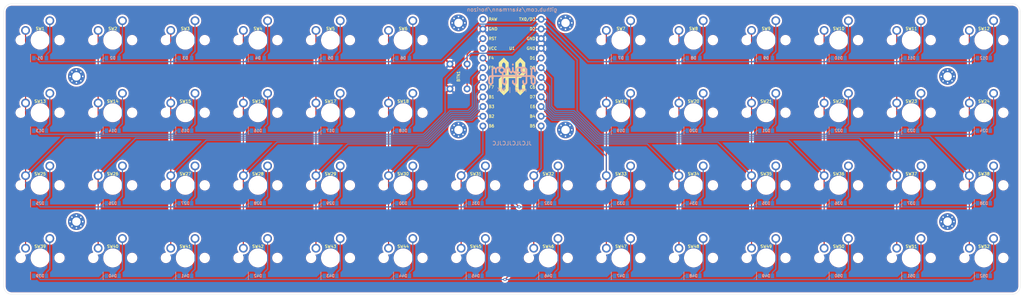
<source format=kicad_pcb>
(kicad_pcb (version 20171130) (host pcbnew "(5.1.4)-1")
  (layers (0 F.Cu signal) (31 B.Cu signal) (34 B.Paste user) (35 F.Paste user) (36 B.SilkS user) (37 F.SilkS user) (38 B.Mask user) (39 F.Mask user) (44 Edge.Cuts user))
  (net 0 "")
  (net 1 "Net-(D1-Pad2)")
  (net 2 ROW1)
  (net 3 "Net-(D2-Pad2)")
  (net 4 "Net-(D3-Pad2)")
  (net 5 "Net-(D4-Pad2)")
  (net 6 "Net-(D5-Pad2)")
  (net 7 "Net-(D6-Pad2)")
  (net 8 "Net-(D7-Pad2)")
  (net 9 ROW2)
  (net 10 "Net-(D8-Pad2)")
  (net 11 "Net-(D9-Pad2)")
  (net 12 "Net-(D10-Pad2)")
  (net 13 "Net-(D11-Pad2)")
  (net 14 "Net-(D12-Pad2)")
  (net 15 "Net-(D13-Pad2)")
  (net 16 ROW3)
  (net 17 "Net-(D14-Pad2)")
  (net 18 "Net-(D15-Pad2)")
  (net 19 "Net-(D16-Pad2)")
  (net 20 "Net-(D17-Pad2)")
  (net 21 "Net-(D18-Pad2)")
  (net 22 "Net-(D19-Pad2)")
  (net 23 ROW4)
  (net 24 "Net-(D20-Pad2)")
  (net 25 "Net-(D21-Pad2)")
  (net 26 "Net-(D22-Pad2)")
  (net 27 "Net-(D23-Pad2)")
  (net 28 "Net-(D24-Pad2)")
  (net 29 "Net-(D25-Pad2)")
  (net 30 "Net-(D26-Pad2)")
  (net 31 "Net-(D27-Pad2)")
  (net 32 "Net-(D28-Pad2)")
  (net 33 "Net-(D29-Pad2)")
  (net 34 "Net-(D30-Pad2)")
  (net 35 "Net-(D31-Pad2)")
  (net 36 "Net-(D32-Pad2)")
  (net 37 "Net-(D33-Pad2)")
  (net 38 "Net-(D34-Pad2)")
  (net 39 "Net-(D35-Pad2)")
  (net 40 "Net-(D36-Pad2)")
  (net 41 "Net-(D37-Pad2)")
  (net 42 "Net-(D38-Pad2)")
  (net 43 "Net-(D39-Pad2)")
  (net 44 "Net-(D40-Pad2)")
  (net 45 "Net-(D41-Pad2)")
  (net 46 "Net-(D42-Pad2)")
  (net 47 GND)
  (net 48 COL1)
  (net 49 COL2)
  (net 50 COL3)
  (net 51 COL4)
  (net 52 COL5)
  (net 53 COL6)
  (net 54 "Net-(H1-Pad1)")
  (net 55 "Net-(H2-Pad1)")
  (net 56 "Net-(H3-Pad1)")
  (net 57 "Net-(H4-Pad1)")
  (net 58 "Net-(D43-Pad2)")
  (net 59 "Net-(D44-Pad2)")
  (net 60 "Net-(D45-Pad2)")
  (net 61 "Net-(D46-Pad2)")
  (net 62 "Net-(D47-Pad2)")
  (net 63 "Net-(D48-Pad2)")
  (net 64 "Net-(D49-Pad2)")
  (net 65 "Net-(D50-Pad2)")
  (net 66 COL7)
  (net 67 RESET)
  (net 68 "Net-(D51-Pad2)")
  (net 69 "Net-(D52-Pad2)")
  (net 70 "Net-(H5-Pad1)")
  (net 71 "Net-(H6-Pad1)")
  (net 72 "Net-(H7-Pad1)")
  (net 73 "Net-(H8-Pad1)")
  (net 74 COL9)
  (net 75 COL10)
  (net 76 COL11)
  (net 77 COL12)
  (net 78 COL13)
  (net 79 COL14)
  (net 80 COL8)
  (module horizon-footprints:Logo_Horizon_H (layer F.Cu) (at 209 114)
    (fp_text reference LOGO2 hide)
    (fp_text value Logo-Top hide)
  )
  (module horizon-footprints:SW_Push_6mm (layer F.Cu) (at 195 114 270)
    (fp_text reference BTN1 (at 0 0 90) (layer F.SilkS) (effects (font (size 0.75 0.75))))
    (fp_text value RESET)
    (pad 1 thru_hole circle (at 3.25 -2.25 270) (size 1.8 1.8) (drill 1) (layers *.Cu *.Mask) (net 67 RESET))
    (pad 2 thru_hole circle (at 3.25 2.25 270) (size 1.8 1.8) (drill 1) (layers *.Cu *.Mask) (net 47 GND))
    (pad 1 thru_hole circle (at -3.25 -2.25 270) (size 1.8 1.8) (drill 1) (layers *.Cu *.Mask) (net 67 RESET))
    (pad 2 thru_hole circle (at -3.25 2.25 270) (size 1.8 1.8) (drill 1) (layers *.Cu *.Mask) (net 47 GND))
  )
  (module horizon-footprints:Logo_Horizon_Small (layer B.Cu) (at 209 113.5 180)
    (fp_text reference LOGO1 hide)
    (fp_text value Logo-Bottom hide)
  )
  (module horizon-footprints:SW_MX (layer F.Cu) (at 332.5 161.5)
    (fp_text reference SW52 (at 0 -3) (layer F.SilkS) (effects (font (size 0.75 0.75))))
    (fp_text value SW_Push)
    (pad "" np_thru_hole circle (at -5.08 0) (size 1.75 1.75) (drill 1.75) (layers *.Cu *.Mask))
    (pad "" np_thru_hole circle (at 5.08 0) (size 1.75 1.75) (drill 1.75) (layers *.Cu *.Mask))
    (pad 1 thru_hole circle (at -3.81 -2.54) (size 2.3 2.3) (drill 1.5) (layers *.Cu *.Mask) (net 79 COL14))
    (pad "" np_thru_hole circle (at 0 0) (size 4 4) (drill 4) (layers *.Cu *.Mask))
    (pad 2 thru_hole circle (at 2.54 -5.08) (size 2.3 2.3) (drill 1.5) (layers *.Cu *.Mask) (net 69 "Net-(D52-Pad2)"))
  )
  (module horizon-footprints:SW_MX (layer F.Cu) (at 313.5 161.5)
    (fp_text reference SW51 (at 0 -3) (layer F.SilkS) (effects (font (size 0.75 0.75))))
    (fp_text value SW_Push)
    (pad "" np_thru_hole circle (at -5.08 0) (size 1.75 1.75) (drill 1.75) (layers *.Cu *.Mask))
    (pad "" np_thru_hole circle (at 5.08 0) (size 1.75 1.75) (drill 1.75) (layers *.Cu *.Mask))
    (pad 1 thru_hole circle (at -3.81 -2.54) (size 2.3 2.3) (drill 1.5) (layers *.Cu *.Mask) (net 78 COL13))
    (pad "" np_thru_hole circle (at 0 0) (size 4 4) (drill 4) (layers *.Cu *.Mask))
    (pad 2 thru_hole circle (at 2.54 -5.08) (size 2.3 2.3) (drill 1.5) (layers *.Cu *.Mask) (net 68 "Net-(D51-Pad2)"))
  )
  (module horizon-footprints:SW_MX (layer F.Cu) (at 294.5 161.5)
    (fp_text reference SW50 (at 0 -3) (layer F.SilkS) (effects (font (size 0.75 0.75))))
    (fp_text value SW_Push)
    (pad "" np_thru_hole circle (at -5.08 0) (size 1.75 1.75) (drill 1.75) (layers *.Cu *.Mask))
    (pad "" np_thru_hole circle (at 5.08 0) (size 1.75 1.75) (drill 1.75) (layers *.Cu *.Mask))
    (pad 1 thru_hole circle (at -3.81 -2.54) (size 2.3 2.3) (drill 1.5) (layers *.Cu *.Mask) (net 77 COL12))
    (pad "" np_thru_hole circle (at 0 0) (size 4 4) (drill 4) (layers *.Cu *.Mask))
    (pad 2 thru_hole circle (at 2.54 -5.08) (size 2.3 2.3) (drill 1.5) (layers *.Cu *.Mask) (net 65 "Net-(D50-Pad2)"))
  )
  (module horizon-footprints:SW_MX (layer F.Cu) (at 275.5 161.5)
    (fp_text reference SW49 (at 0 -3) (layer F.SilkS) (effects (font (size 0.75 0.75))))
    (fp_text value SW_Push)
    (pad "" np_thru_hole circle (at -5.08 0) (size 1.75 1.75) (drill 1.75) (layers *.Cu *.Mask))
    (pad "" np_thru_hole circle (at 5.08 0) (size 1.75 1.75) (drill 1.75) (layers *.Cu *.Mask))
    (pad 1 thru_hole circle (at -3.81 -2.54) (size 2.3 2.3) (drill 1.5) (layers *.Cu *.Mask) (net 76 COL11))
    (pad "" np_thru_hole circle (at 0 0) (size 4 4) (drill 4) (layers *.Cu *.Mask))
    (pad 2 thru_hole circle (at 2.54 -5.08) (size 2.3 2.3) (drill 1.5) (layers *.Cu *.Mask) (net 64 "Net-(D49-Pad2)"))
  )
  (module horizon-footprints:SW_MX (layer F.Cu) (at 256.5 161.5)
    (fp_text reference SW48 (at 0 -3) (layer F.SilkS) (effects (font (size 0.75 0.75))))
    (fp_text value SW_Push)
    (pad "" np_thru_hole circle (at -5.08 0) (size 1.75 1.75) (drill 1.75) (layers *.Cu *.Mask))
    (pad "" np_thru_hole circle (at 5.08 0) (size 1.75 1.75) (drill 1.75) (layers *.Cu *.Mask))
    (pad 1 thru_hole circle (at -3.81 -2.54) (size 2.3 2.3) (drill 1.5) (layers *.Cu *.Mask) (net 75 COL10))
    (pad "" np_thru_hole circle (at 0 0) (size 4 4) (drill 4) (layers *.Cu *.Mask))
    (pad 2 thru_hole circle (at 2.54 -5.08) (size 2.3 2.3) (drill 1.5) (layers *.Cu *.Mask) (net 63 "Net-(D48-Pad2)"))
  )
  (module horizon-footprints:SW_MX (layer F.Cu) (at 237.5 161.5)
    (fp_text reference SW47 (at 0 -3) (layer F.SilkS) (effects (font (size 0.75 0.75))))
    (fp_text value SW_Push)
    (pad "" np_thru_hole circle (at -5.08 0) (size 1.75 1.75) (drill 1.75) (layers *.Cu *.Mask))
    (pad "" np_thru_hole circle (at 5.08 0) (size 1.75 1.75) (drill 1.75) (layers *.Cu *.Mask))
    (pad 1 thru_hole circle (at -3.81 -2.54) (size 2.3 2.3) (drill 1.5) (layers *.Cu *.Mask) (net 74 COL9))
    (pad "" np_thru_hole circle (at 0 0) (size 4 4) (drill 4) (layers *.Cu *.Mask))
    (pad 2 thru_hole circle (at 2.54 -5.08) (size 2.3 2.3) (drill 1.5) (layers *.Cu *.Mask) (net 62 "Net-(D47-Pad2)"))
  )
  (module horizon-footprints:SW_MX (layer F.Cu) (at 218.5 161.5)
    (fp_text reference SW46 (at 0 -3) (layer F.SilkS) (effects (font (size 0.75 0.75))))
    (fp_text value SW_Push)
    (pad "" np_thru_hole circle (at -5.08 0) (size 1.75 1.75) (drill 1.75) (layers *.Cu *.Mask))
    (pad "" np_thru_hole circle (at 5.08 0) (size 1.75 1.75) (drill 1.75) (layers *.Cu *.Mask))
    (pad 1 thru_hole circle (at -3.81 -2.54) (size 2.3 2.3) (drill 1.5) (layers *.Cu *.Mask) (net 80 COL8))
    (pad "" np_thru_hole circle (at 0 0) (size 4 4) (drill 4) (layers *.Cu *.Mask))
    (pad 2 thru_hole circle (at 2.54 -5.08) (size 2.3 2.3) (drill 1.5) (layers *.Cu *.Mask) (net 61 "Net-(D46-Pad2)"))
  )
  (module horizon-footprints:SW_MX (layer F.Cu) (at 199.5 161.5)
    (fp_text reference SW45 (at 0 -3) (layer F.SilkS) (effects (font (size 0.75 0.75))))
    (fp_text value SW_Push)
    (pad "" np_thru_hole circle (at -5.08 0) (size 1.75 1.75) (drill 1.75) (layers *.Cu *.Mask))
    (pad "" np_thru_hole circle (at 5.08 0) (size 1.75 1.75) (drill 1.75) (layers *.Cu *.Mask))
    (pad 1 thru_hole circle (at -3.81 -2.54) (size 2.3 2.3) (drill 1.5) (layers *.Cu *.Mask) (net 66 COL7))
    (pad "" np_thru_hole circle (at 0 0) (size 4 4) (drill 4) (layers *.Cu *.Mask))
    (pad 2 thru_hole circle (at 2.54 -5.08) (size 2.3 2.3) (drill 1.5) (layers *.Cu *.Mask) (net 60 "Net-(D45-Pad2)"))
  )
  (module horizon-footprints:SW_MX (layer F.Cu) (at 180.5 161.5)
    (fp_text reference SW44 (at 0 -3) (layer F.SilkS) (effects (font (size 0.75 0.75))))
    (fp_text value SW_Push)
    (pad "" np_thru_hole circle (at -5.08 0) (size 1.75 1.75) (drill 1.75) (layers *.Cu *.Mask))
    (pad "" np_thru_hole circle (at 5.08 0) (size 1.75 1.75) (drill 1.75) (layers *.Cu *.Mask))
    (pad 1 thru_hole circle (at -3.81 -2.54) (size 2.3 2.3) (drill 1.5) (layers *.Cu *.Mask) (net 53 COL6))
    (pad "" np_thru_hole circle (at 0 0) (size 4 4) (drill 4) (layers *.Cu *.Mask))
    (pad 2 thru_hole circle (at 2.54 -5.08) (size 2.3 2.3) (drill 1.5) (layers *.Cu *.Mask) (net 59 "Net-(D44-Pad2)"))
  )
  (module horizon-footprints:SW_MX (layer F.Cu) (at 161.5 161.5)
    (fp_text reference SW43 (at 0 -3) (layer F.SilkS) (effects (font (size 0.75 0.75))))
    (fp_text value SW_Push)
    (pad "" np_thru_hole circle (at -5.08 0) (size 1.75 1.75) (drill 1.75) (layers *.Cu *.Mask))
    (pad "" np_thru_hole circle (at 5.08 0) (size 1.75 1.75) (drill 1.75) (layers *.Cu *.Mask))
    (pad 1 thru_hole circle (at -3.81 -2.54) (size 2.3 2.3) (drill 1.5) (layers *.Cu *.Mask) (net 52 COL5))
    (pad "" np_thru_hole circle (at 0 0) (size 4 4) (drill 4) (layers *.Cu *.Mask))
    (pad 2 thru_hole circle (at 2.54 -5.08) (size 2.3 2.3) (drill 1.5) (layers *.Cu *.Mask) (net 58 "Net-(D43-Pad2)"))
  )
  (module horizon-footprints:SW_MX (layer F.Cu) (at 142.5 161.5)
    (fp_text reference SW42 (at 0 -3) (layer F.SilkS) (effects (font (size 0.75 0.75))))
    (fp_text value SW_Push)
    (pad "" np_thru_hole circle (at -5.08 0) (size 1.75 1.75) (drill 1.75) (layers *.Cu *.Mask))
    (pad "" np_thru_hole circle (at 5.08 0) (size 1.75 1.75) (drill 1.75) (layers *.Cu *.Mask))
    (pad 1 thru_hole circle (at -3.81 -2.54) (size 2.3 2.3) (drill 1.5) (layers *.Cu *.Mask) (net 51 COL4))
    (pad "" np_thru_hole circle (at 0 0) (size 4 4) (drill 4) (layers *.Cu *.Mask))
    (pad 2 thru_hole circle (at 2.54 -5.08) (size 2.3 2.3) (drill 1.5) (layers *.Cu *.Mask) (net 46 "Net-(D42-Pad2)"))
  )
  (module horizon-footprints:SW_MX (layer F.Cu) (at 123.5 161.5)
    (fp_text reference SW41 (at 0 -3) (layer F.SilkS) (effects (font (size 0.75 0.75))))
    (fp_text value SW_Push)
    (pad "" np_thru_hole circle (at -5.08 0) (size 1.75 1.75) (drill 1.75) (layers *.Cu *.Mask))
    (pad "" np_thru_hole circle (at 5.08 0) (size 1.75 1.75) (drill 1.75) (layers *.Cu *.Mask))
    (pad 1 thru_hole circle (at -3.81 -2.54) (size 2.3 2.3) (drill 1.5) (layers *.Cu *.Mask) (net 50 COL3))
    (pad "" np_thru_hole circle (at 0 0) (size 4 4) (drill 4) (layers *.Cu *.Mask))
    (pad 2 thru_hole circle (at 2.54 -5.08) (size 2.3 2.3) (drill 1.5) (layers *.Cu *.Mask) (net 45 "Net-(D41-Pad2)"))
  )
  (module horizon-footprints:SW_MX (layer F.Cu) (at 104.5 161.5)
    (fp_text reference SW40 (at 0 -3) (layer F.SilkS) (effects (font (size 0.75 0.75))))
    (fp_text value SW_Push)
    (pad "" np_thru_hole circle (at -5.08 0) (size 1.75 1.75) (drill 1.75) (layers *.Cu *.Mask))
    (pad "" np_thru_hole circle (at 5.08 0) (size 1.75 1.75) (drill 1.75) (layers *.Cu *.Mask))
    (pad 1 thru_hole circle (at -3.81 -2.54) (size 2.3 2.3) (drill 1.5) (layers *.Cu *.Mask) (net 49 COL2))
    (pad "" np_thru_hole circle (at 0 0) (size 4 4) (drill 4) (layers *.Cu *.Mask))
    (pad 2 thru_hole circle (at 2.54 -5.08) (size 2.3 2.3) (drill 1.5) (layers *.Cu *.Mask) (net 44 "Net-(D40-Pad2)"))
  )
  (module horizon-footprints:SW_MX (layer F.Cu) (at 85.5 161.5)
    (fp_text reference SW39 (at 0 -3) (layer F.SilkS) (effects (font (size 0.75 0.75))))
    (fp_text value SW_Push)
    (pad "" np_thru_hole circle (at -5.08 0) (size 1.75 1.75) (drill 1.75) (layers *.Cu *.Mask))
    (pad "" np_thru_hole circle (at 5.08 0) (size 1.75 1.75) (drill 1.75) (layers *.Cu *.Mask))
    (pad 1 thru_hole circle (at -3.81 -2.54) (size 2.3 2.3) (drill 1.5) (layers *.Cu *.Mask) (net 48 COL1))
    (pad "" np_thru_hole circle (at 0 0) (size 4 4) (drill 4) (layers *.Cu *.Mask))
    (pad 2 thru_hole circle (at 2.54 -5.08) (size 2.3 2.3) (drill 1.5) (layers *.Cu *.Mask) (net 43 "Net-(D39-Pad2)"))
  )
  (module horizon-footprints:SW_MX (layer F.Cu) (at 332.5 142.5)
    (fp_text reference SW38 (at 0 -3) (layer F.SilkS) (effects (font (size 0.75 0.75))))
    (fp_text value SW_Push)
    (pad "" np_thru_hole circle (at -5.08 0) (size 1.75 1.75) (drill 1.75) (layers *.Cu *.Mask))
    (pad "" np_thru_hole circle (at 5.08 0) (size 1.75 1.75) (drill 1.75) (layers *.Cu *.Mask))
    (pad 1 thru_hole circle (at -3.81 -2.54) (size 2.3 2.3) (drill 1.5) (layers *.Cu *.Mask) (net 79 COL14))
    (pad "" np_thru_hole circle (at 0 0) (size 4 4) (drill 4) (layers *.Cu *.Mask))
    (pad 2 thru_hole circle (at 2.54 -5.08) (size 2.3 2.3) (drill 1.5) (layers *.Cu *.Mask) (net 42 "Net-(D38-Pad2)"))
  )
  (module horizon-footprints:SW_MX (layer F.Cu) (at 313.5 142.5)
    (fp_text reference SW37 (at 0 -3) (layer F.SilkS) (effects (font (size 0.75 0.75))))
    (fp_text value SW_Push)
    (pad "" np_thru_hole circle (at -5.08 0) (size 1.75 1.75) (drill 1.75) (layers *.Cu *.Mask))
    (pad "" np_thru_hole circle (at 5.08 0) (size 1.75 1.75) (drill 1.75) (layers *.Cu *.Mask))
    (pad 1 thru_hole circle (at -3.81 -2.54) (size 2.3 2.3) (drill 1.5) (layers *.Cu *.Mask) (net 78 COL13))
    (pad "" np_thru_hole circle (at 0 0) (size 4 4) (drill 4) (layers *.Cu *.Mask))
    (pad 2 thru_hole circle (at 2.54 -5.08) (size 2.3 2.3) (drill 1.5) (layers *.Cu *.Mask) (net 41 "Net-(D37-Pad2)"))
  )
  (module horizon-footprints:SW_MX (layer F.Cu) (at 294.5 142.5)
    (fp_text reference SW36 (at 0 -3) (layer F.SilkS) (effects (font (size 0.75 0.75))))
    (fp_text value SW_Push)
    (pad "" np_thru_hole circle (at -5.08 0) (size 1.75 1.75) (drill 1.75) (layers *.Cu *.Mask))
    (pad "" np_thru_hole circle (at 5.08 0) (size 1.75 1.75) (drill 1.75) (layers *.Cu *.Mask))
    (pad 1 thru_hole circle (at -3.81 -2.54) (size 2.3 2.3) (drill 1.5) (layers *.Cu *.Mask) (net 77 COL12))
    (pad "" np_thru_hole circle (at 0 0) (size 4 4) (drill 4) (layers *.Cu *.Mask))
    (pad 2 thru_hole circle (at 2.54 -5.08) (size 2.3 2.3) (drill 1.5) (layers *.Cu *.Mask) (net 40 "Net-(D36-Pad2)"))
  )
  (module horizon-footprints:SW_MX (layer F.Cu) (at 275.5 142.5)
    (fp_text reference SW35 (at 0 -3) (layer F.SilkS) (effects (font (size 0.75 0.75))))
    (fp_text value SW_Push)
    (pad "" np_thru_hole circle (at -5.08 0) (size 1.75 1.75) (drill 1.75) (layers *.Cu *.Mask))
    (pad "" np_thru_hole circle (at 5.08 0) (size 1.75 1.75) (drill 1.75) (layers *.Cu *.Mask))
    (pad 1 thru_hole circle (at -3.81 -2.54) (size 2.3 2.3) (drill 1.5) (layers *.Cu *.Mask) (net 76 COL11))
    (pad "" np_thru_hole circle (at 0 0) (size 4 4) (drill 4) (layers *.Cu *.Mask))
    (pad 2 thru_hole circle (at 2.54 -5.08) (size 2.3 2.3) (drill 1.5) (layers *.Cu *.Mask) (net 39 "Net-(D35-Pad2)"))
  )
  (module horizon-footprints:SW_MX (layer F.Cu) (at 256.5 142.5)
    (fp_text reference SW34 (at 0 -3) (layer F.SilkS) (effects (font (size 0.75 0.75))))
    (fp_text value SW_Push)
    (pad "" np_thru_hole circle (at -5.08 0) (size 1.75 1.75) (drill 1.75) (layers *.Cu *.Mask))
    (pad "" np_thru_hole circle (at 5.08 0) (size 1.75 1.75) (drill 1.75) (layers *.Cu *.Mask))
    (pad 1 thru_hole circle (at -3.81 -2.54) (size 2.3 2.3) (drill 1.5) (layers *.Cu *.Mask) (net 75 COL10))
    (pad "" np_thru_hole circle (at 0 0) (size 4 4) (drill 4) (layers *.Cu *.Mask))
    (pad 2 thru_hole circle (at 2.54 -5.08) (size 2.3 2.3) (drill 1.5) (layers *.Cu *.Mask) (net 38 "Net-(D34-Pad2)"))
  )
  (module horizon-footprints:SW_MX (layer F.Cu) (at 237.5 142.5)
    (fp_text reference SW33 (at 0 -3) (layer F.SilkS) (effects (font (size 0.75 0.75))))
    (fp_text value SW_Push)
    (pad "" np_thru_hole circle (at -5.08 0) (size 1.75 1.75) (drill 1.75) (layers *.Cu *.Mask))
    (pad "" np_thru_hole circle (at 5.08 0) (size 1.75 1.75) (drill 1.75) (layers *.Cu *.Mask))
    (pad 1 thru_hole circle (at -3.81 -2.54) (size 2.3 2.3) (drill 1.5) (layers *.Cu *.Mask) (net 74 COL9))
    (pad "" np_thru_hole circle (at 0 0) (size 4 4) (drill 4) (layers *.Cu *.Mask))
    (pad 2 thru_hole circle (at 2.54 -5.08) (size 2.3 2.3) (drill 1.5) (layers *.Cu *.Mask) (net 37 "Net-(D33-Pad2)"))
  )
  (module horizon-footprints:SW_MX (layer F.Cu) (at 218.5 142.5)
    (fp_text reference SW32 (at 0 -3) (layer F.SilkS) (effects (font (size 0.75 0.75))))
    (fp_text value SW_Push)
    (pad "" np_thru_hole circle (at -5.08 0) (size 1.75 1.75) (drill 1.75) (layers *.Cu *.Mask))
    (pad "" np_thru_hole circle (at 5.08 0) (size 1.75 1.75) (drill 1.75) (layers *.Cu *.Mask))
    (pad 1 thru_hole circle (at -3.81 -2.54) (size 2.3 2.3) (drill 1.5) (layers *.Cu *.Mask) (net 80 COL8))
    (pad "" np_thru_hole circle (at 0 0) (size 4 4) (drill 4) (layers *.Cu *.Mask))
    (pad 2 thru_hole circle (at 2.54 -5.08) (size 2.3 2.3) (drill 1.5) (layers *.Cu *.Mask) (net 36 "Net-(D32-Pad2)"))
  )
  (module horizon-footprints:SW_MX (layer F.Cu) (at 199.5 142.5)
    (fp_text reference SW31 (at 0 -3) (layer F.SilkS) (effects (font (size 0.75 0.75))))
    (fp_text value SW_Push)
    (pad "" np_thru_hole circle (at -5.08 0) (size 1.75 1.75) (drill 1.75) (layers *.Cu *.Mask))
    (pad "" np_thru_hole circle (at 5.08 0) (size 1.75 1.75) (drill 1.75) (layers *.Cu *.Mask))
    (pad 1 thru_hole circle (at -3.81 -2.54) (size 2.3 2.3) (drill 1.5) (layers *.Cu *.Mask) (net 66 COL7))
    (pad "" np_thru_hole circle (at 0 0) (size 4 4) (drill 4) (layers *.Cu *.Mask))
    (pad 2 thru_hole circle (at 2.54 -5.08) (size 2.3 2.3) (drill 1.5) (layers *.Cu *.Mask) (net 35 "Net-(D31-Pad2)"))
  )
  (module horizon-footprints:SW_MX (layer F.Cu) (at 180.5 142.5)
    (fp_text reference SW30 (at 0 -3) (layer F.SilkS) (effects (font (size 0.75 0.75))))
    (fp_text value SW_Push)
    (pad "" np_thru_hole circle (at -5.08 0) (size 1.75 1.75) (drill 1.75) (layers *.Cu *.Mask))
    (pad "" np_thru_hole circle (at 5.08 0) (size 1.75 1.75) (drill 1.75) (layers *.Cu *.Mask))
    (pad 1 thru_hole circle (at -3.81 -2.54) (size 2.3 2.3) (drill 1.5) (layers *.Cu *.Mask) (net 53 COL6))
    (pad "" np_thru_hole circle (at 0 0) (size 4 4) (drill 4) (layers *.Cu *.Mask))
    (pad 2 thru_hole circle (at 2.54 -5.08) (size 2.3 2.3) (drill 1.5) (layers *.Cu *.Mask) (net 34 "Net-(D30-Pad2)"))
  )
  (module horizon-footprints:SW_MX (layer F.Cu) (at 161.5 142.5)
    (fp_text reference SW29 (at 0 -3) (layer F.SilkS) (effects (font (size 0.75 0.75))))
    (fp_text value SW_Push)
    (pad "" np_thru_hole circle (at -5.08 0) (size 1.75 1.75) (drill 1.75) (layers *.Cu *.Mask))
    (pad "" np_thru_hole circle (at 5.08 0) (size 1.75 1.75) (drill 1.75) (layers *.Cu *.Mask))
    (pad 1 thru_hole circle (at -3.81 -2.54) (size 2.3 2.3) (drill 1.5) (layers *.Cu *.Mask) (net 52 COL5))
    (pad "" np_thru_hole circle (at 0 0) (size 4 4) (drill 4) (layers *.Cu *.Mask))
    (pad 2 thru_hole circle (at 2.54 -5.08) (size 2.3 2.3) (drill 1.5) (layers *.Cu *.Mask) (net 33 "Net-(D29-Pad2)"))
  )
  (module horizon-footprints:SW_MX (layer F.Cu) (at 142.5 142.5)
    (fp_text reference SW28 (at 0 -3) (layer F.SilkS) (effects (font (size 0.75 0.75))))
    (fp_text value SW_Push)
    (pad "" np_thru_hole circle (at -5.08 0) (size 1.75 1.75) (drill 1.75) (layers *.Cu *.Mask))
    (pad "" np_thru_hole circle (at 5.08 0) (size 1.75 1.75) (drill 1.75) (layers *.Cu *.Mask))
    (pad 1 thru_hole circle (at -3.81 -2.54) (size 2.3 2.3) (drill 1.5) (layers *.Cu *.Mask) (net 51 COL4))
    (pad "" np_thru_hole circle (at 0 0) (size 4 4) (drill 4) (layers *.Cu *.Mask))
    (pad 2 thru_hole circle (at 2.54 -5.08) (size 2.3 2.3) (drill 1.5) (layers *.Cu *.Mask) (net 32 "Net-(D28-Pad2)"))
  )
  (module horizon-footprints:SW_MX (layer F.Cu) (at 123.5 142.5)
    (fp_text reference SW27 (at 0 -3) (layer F.SilkS) (effects (font (size 0.75 0.75))))
    (fp_text value SW_Push)
    (pad "" np_thru_hole circle (at -5.08 0) (size 1.75 1.75) (drill 1.75) (layers *.Cu *.Mask))
    (pad "" np_thru_hole circle (at 5.08 0) (size 1.75 1.75) (drill 1.75) (layers *.Cu *.Mask))
    (pad 1 thru_hole circle (at -3.81 -2.54) (size 2.3 2.3) (drill 1.5) (layers *.Cu *.Mask) (net 50 COL3))
    (pad "" np_thru_hole circle (at 0 0) (size 4 4) (drill 4) (layers *.Cu *.Mask))
    (pad 2 thru_hole circle (at 2.54 -5.08) (size 2.3 2.3) (drill 1.5) (layers *.Cu *.Mask) (net 31 "Net-(D27-Pad2)"))
  )
  (module horizon-footprints:SW_MX (layer F.Cu) (at 104.5 142.5)
    (fp_text reference SW26 (at 0 -3) (layer F.SilkS) (effects (font (size 0.75 0.75))))
    (fp_text value SW_Push)
    (pad "" np_thru_hole circle (at -5.08 0) (size 1.75 1.75) (drill 1.75) (layers *.Cu *.Mask))
    (pad "" np_thru_hole circle (at 5.08 0) (size 1.75 1.75) (drill 1.75) (layers *.Cu *.Mask))
    (pad 1 thru_hole circle (at -3.81 -2.54) (size 2.3 2.3) (drill 1.5) (layers *.Cu *.Mask) (net 49 COL2))
    (pad "" np_thru_hole circle (at 0 0) (size 4 4) (drill 4) (layers *.Cu *.Mask))
    (pad 2 thru_hole circle (at 2.54 -5.08) (size 2.3 2.3) (drill 1.5) (layers *.Cu *.Mask) (net 30 "Net-(D26-Pad2)"))
  )
  (module horizon-footprints:SW_MX (layer F.Cu) (at 85.5 142.5)
    (fp_text reference SW25 (at 0 -3) (layer F.SilkS) (effects (font (size 0.75 0.75))))
    (fp_text value SW_Push)
    (pad "" np_thru_hole circle (at -5.08 0) (size 1.75 1.75) (drill 1.75) (layers *.Cu *.Mask))
    (pad "" np_thru_hole circle (at 5.08 0) (size 1.75 1.75) (drill 1.75) (layers *.Cu *.Mask))
    (pad 1 thru_hole circle (at -3.81 -2.54) (size 2.3 2.3) (drill 1.5) (layers *.Cu *.Mask) (net 48 COL1))
    (pad "" np_thru_hole circle (at 0 0) (size 4 4) (drill 4) (layers *.Cu *.Mask))
    (pad 2 thru_hole circle (at 2.54 -5.08) (size 2.3 2.3) (drill 1.5) (layers *.Cu *.Mask) (net 29 "Net-(D25-Pad2)"))
  )
  (module horizon-footprints:SW_MX (layer F.Cu) (at 332.5 123.5)
    (fp_text reference SW24 (at 0 -3) (layer F.SilkS) (effects (font (size 0.75 0.75))))
    (fp_text value SW_Push)
    (pad "" np_thru_hole circle (at -5.08 0) (size 1.75 1.75) (drill 1.75) (layers *.Cu *.Mask))
    (pad "" np_thru_hole circle (at 5.08 0) (size 1.75 1.75) (drill 1.75) (layers *.Cu *.Mask))
    (pad 1 thru_hole circle (at -3.81 -2.54) (size 2.3 2.3) (drill 1.5) (layers *.Cu *.Mask) (net 79 COL14))
    (pad "" np_thru_hole circle (at 0 0) (size 4 4) (drill 4) (layers *.Cu *.Mask))
    (pad 2 thru_hole circle (at 2.54 -5.08) (size 2.3 2.3) (drill 1.5) (layers *.Cu *.Mask) (net 28 "Net-(D24-Pad2)"))
  )
  (module horizon-footprints:SW_MX (layer F.Cu) (at 313.5 123.5)
    (fp_text reference SW23 (at 0 -3) (layer F.SilkS) (effects (font (size 0.75 0.75))))
    (fp_text value SW_Push)
    (pad "" np_thru_hole circle (at -5.08 0) (size 1.75 1.75) (drill 1.75) (layers *.Cu *.Mask))
    (pad "" np_thru_hole circle (at 5.08 0) (size 1.75 1.75) (drill 1.75) (layers *.Cu *.Mask))
    (pad 1 thru_hole circle (at -3.81 -2.54) (size 2.3 2.3) (drill 1.5) (layers *.Cu *.Mask) (net 78 COL13))
    (pad "" np_thru_hole circle (at 0 0) (size 4 4) (drill 4) (layers *.Cu *.Mask))
    (pad 2 thru_hole circle (at 2.54 -5.08) (size 2.3 2.3) (drill 1.5) (layers *.Cu *.Mask) (net 27 "Net-(D23-Pad2)"))
  )
  (module horizon-footprints:SW_MX (layer F.Cu) (at 294.5 123.5)
    (fp_text reference SW22 (at 0 -3) (layer F.SilkS) (effects (font (size 0.75 0.75))))
    (fp_text value SW_Push)
    (pad "" np_thru_hole circle (at -5.08 0) (size 1.75 1.75) (drill 1.75) (layers *.Cu *.Mask))
    (pad "" np_thru_hole circle (at 5.08 0) (size 1.75 1.75) (drill 1.75) (layers *.Cu *.Mask))
    (pad 1 thru_hole circle (at -3.81 -2.54) (size 2.3 2.3) (drill 1.5) (layers *.Cu *.Mask) (net 77 COL12))
    (pad "" np_thru_hole circle (at 0 0) (size 4 4) (drill 4) (layers *.Cu *.Mask))
    (pad 2 thru_hole circle (at 2.54 -5.08) (size 2.3 2.3) (drill 1.5) (layers *.Cu *.Mask) (net 26 "Net-(D22-Pad2)"))
  )
  (module horizon-footprints:SW_MX (layer F.Cu) (at 275.5 123.5)
    (fp_text reference SW21 (at 0 -3) (layer F.SilkS) (effects (font (size 0.75 0.75))))
    (fp_text value SW_Push)
    (pad "" np_thru_hole circle (at -5.08 0) (size 1.75 1.75) (drill 1.75) (layers *.Cu *.Mask))
    (pad "" np_thru_hole circle (at 5.08 0) (size 1.75 1.75) (drill 1.75) (layers *.Cu *.Mask))
    (pad 1 thru_hole circle (at -3.81 -2.54) (size 2.3 2.3) (drill 1.5) (layers *.Cu *.Mask) (net 76 COL11))
    (pad "" np_thru_hole circle (at 0 0) (size 4 4) (drill 4) (layers *.Cu *.Mask))
    (pad 2 thru_hole circle (at 2.54 -5.08) (size 2.3 2.3) (drill 1.5) (layers *.Cu *.Mask) (net 25 "Net-(D21-Pad2)"))
  )
  (module horizon-footprints:SW_MX (layer F.Cu) (at 256.5 123.5)
    (fp_text reference SW20 (at 0 -3) (layer F.SilkS) (effects (font (size 0.75 0.75))))
    (fp_text value SW_Push)
    (pad "" np_thru_hole circle (at -5.08 0) (size 1.75 1.75) (drill 1.75) (layers *.Cu *.Mask))
    (pad "" np_thru_hole circle (at 5.08 0) (size 1.75 1.75) (drill 1.75) (layers *.Cu *.Mask))
    (pad 1 thru_hole circle (at -3.81 -2.54) (size 2.3 2.3) (drill 1.5) (layers *.Cu *.Mask) (net 75 COL10))
    (pad "" np_thru_hole circle (at 0 0) (size 4 4) (drill 4) (layers *.Cu *.Mask))
    (pad 2 thru_hole circle (at 2.54 -5.08) (size 2.3 2.3) (drill 1.5) (layers *.Cu *.Mask) (net 24 "Net-(D20-Pad2)"))
  )
  (module horizon-footprints:SW_MX (layer F.Cu) (at 237.5 123.5)
    (fp_text reference SW19 (at 0 -3) (layer F.SilkS) (effects (font (size 0.75 0.75))))
    (fp_text value SW_Push)
    (pad "" np_thru_hole circle (at -5.08 0) (size 1.75 1.75) (drill 1.75) (layers *.Cu *.Mask))
    (pad "" np_thru_hole circle (at 5.08 0) (size 1.75 1.75) (drill 1.75) (layers *.Cu *.Mask))
    (pad 1 thru_hole circle (at -3.81 -2.54) (size 2.3 2.3) (drill 1.5) (layers *.Cu *.Mask) (net 74 COL9))
    (pad "" np_thru_hole circle (at 0 0) (size 4 4) (drill 4) (layers *.Cu *.Mask))
    (pad 2 thru_hole circle (at 2.54 -5.08) (size 2.3 2.3) (drill 1.5) (layers *.Cu *.Mask) (net 22 "Net-(D19-Pad2)"))
  )
  (module horizon-footprints:SW_MX (layer F.Cu) (at 180.5 123.5)
    (fp_text reference SW18 (at 0 -3) (layer F.SilkS) (effects (font (size 0.75 0.75))))
    (fp_text value SW_Push)
    (pad "" np_thru_hole circle (at -5.08 0) (size 1.75 1.75) (drill 1.75) (layers *.Cu *.Mask))
    (pad "" np_thru_hole circle (at 5.08 0) (size 1.75 1.75) (drill 1.75) (layers *.Cu *.Mask))
    (pad 1 thru_hole circle (at -3.81 -2.54) (size 2.3 2.3) (drill 1.5) (layers *.Cu *.Mask) (net 53 COL6))
    (pad "" np_thru_hole circle (at 0 0) (size 4 4) (drill 4) (layers *.Cu *.Mask))
    (pad 2 thru_hole circle (at 2.54 -5.08) (size 2.3 2.3) (drill 1.5) (layers *.Cu *.Mask) (net 21 "Net-(D18-Pad2)"))
  )
  (module horizon-footprints:SW_MX (layer F.Cu) (at 161.5 123.5)
    (fp_text reference SW17 (at 0 -3) (layer F.SilkS) (effects (font (size 0.75 0.75))))
    (fp_text value SW_Push)
    (pad "" np_thru_hole circle (at -5.08 0) (size 1.75 1.75) (drill 1.75) (layers *.Cu *.Mask))
    (pad "" np_thru_hole circle (at 5.08 0) (size 1.75 1.75) (drill 1.75) (layers *.Cu *.Mask))
    (pad 1 thru_hole circle (at -3.81 -2.54) (size 2.3 2.3) (drill 1.5) (layers *.Cu *.Mask) (net 52 COL5))
    (pad "" np_thru_hole circle (at 0 0) (size 4 4) (drill 4) (layers *.Cu *.Mask))
    (pad 2 thru_hole circle (at 2.54 -5.08) (size 2.3 2.3) (drill 1.5) (layers *.Cu *.Mask) (net 20 "Net-(D17-Pad2)"))
  )
  (module horizon-footprints:SW_MX (layer F.Cu) (at 142.5 123.5)
    (fp_text reference SW16 (at 0 -3) (layer F.SilkS) (effects (font (size 0.75 0.75))))
    (fp_text value SW_Push)
    (pad "" np_thru_hole circle (at -5.08 0) (size 1.75 1.75) (drill 1.75) (layers *.Cu *.Mask))
    (pad "" np_thru_hole circle (at 5.08 0) (size 1.75 1.75) (drill 1.75) (layers *.Cu *.Mask))
    (pad 1 thru_hole circle (at -3.81 -2.54) (size 2.3 2.3) (drill 1.5) (layers *.Cu *.Mask) (net 51 COL4))
    (pad "" np_thru_hole circle (at 0 0) (size 4 4) (drill 4) (layers *.Cu *.Mask))
    (pad 2 thru_hole circle (at 2.54 -5.08) (size 2.3 2.3) (drill 1.5) (layers *.Cu *.Mask) (net 19 "Net-(D16-Pad2)"))
  )
  (module horizon-footprints:SW_MX (layer F.Cu) (at 123.5 123.5)
    (fp_text reference SW15 (at 0 -3) (layer F.SilkS) (effects (font (size 0.75 0.75))))
    (fp_text value SW_Push)
    (pad "" np_thru_hole circle (at -5.08 0) (size 1.75 1.75) (drill 1.75) (layers *.Cu *.Mask))
    (pad "" np_thru_hole circle (at 5.08 0) (size 1.75 1.75) (drill 1.75) (layers *.Cu *.Mask))
    (pad 1 thru_hole circle (at -3.81 -2.54) (size 2.3 2.3) (drill 1.5) (layers *.Cu *.Mask) (net 50 COL3))
    (pad "" np_thru_hole circle (at 0 0) (size 4 4) (drill 4) (layers *.Cu *.Mask))
    (pad 2 thru_hole circle (at 2.54 -5.08) (size 2.3 2.3) (drill 1.5) (layers *.Cu *.Mask) (net 18 "Net-(D15-Pad2)"))
  )
  (module horizon-footprints:SW_MX (layer F.Cu) (at 104.5 123.5)
    (fp_text reference SW14 (at 0 -3) (layer F.SilkS) (effects (font (size 0.75 0.75))))
    (fp_text value SW_Push)
    (pad "" np_thru_hole circle (at -5.08 0) (size 1.75 1.75) (drill 1.75) (layers *.Cu *.Mask))
    (pad "" np_thru_hole circle (at 5.08 0) (size 1.75 1.75) (drill 1.75) (layers *.Cu *.Mask))
    (pad 1 thru_hole circle (at -3.81 -2.54) (size 2.3 2.3) (drill 1.5) (layers *.Cu *.Mask) (net 49 COL2))
    (pad "" np_thru_hole circle (at 0 0) (size 4 4) (drill 4) (layers *.Cu *.Mask))
    (pad 2 thru_hole circle (at 2.54 -5.08) (size 2.3 2.3) (drill 1.5) (layers *.Cu *.Mask) (net 17 "Net-(D14-Pad2)"))
  )
  (module horizon-footprints:SW_MX (layer F.Cu) (at 85.5 123.5)
    (fp_text reference SW13 (at 0 -3) (layer F.SilkS) (effects (font (size 0.75 0.75))))
    (fp_text value SW_Push)
    (pad "" np_thru_hole circle (at -5.08 0) (size 1.75 1.75) (drill 1.75) (layers *.Cu *.Mask))
    (pad "" np_thru_hole circle (at 5.08 0) (size 1.75 1.75) (drill 1.75) (layers *.Cu *.Mask))
    (pad 1 thru_hole circle (at -3.81 -2.54) (size 2.3 2.3) (drill 1.5) (layers *.Cu *.Mask) (net 48 COL1))
    (pad "" np_thru_hole circle (at 0 0) (size 4 4) (drill 4) (layers *.Cu *.Mask))
    (pad 2 thru_hole circle (at 2.54 -5.08) (size 2.3 2.3) (drill 1.5) (layers *.Cu *.Mask) (net 15 "Net-(D13-Pad2)"))
  )
  (module horizon-footprints:SW_MX (layer F.Cu) (at 332.5 104.5)
    (fp_text reference SW12 (at 0 -3) (layer F.SilkS) (effects (font (size 0.75 0.75))))
    (fp_text value SW_Push)
    (pad "" np_thru_hole circle (at -5.08 0) (size 1.75 1.75) (drill 1.75) (layers *.Cu *.Mask))
    (pad "" np_thru_hole circle (at 5.08 0) (size 1.75 1.75) (drill 1.75) (layers *.Cu *.Mask))
    (pad 1 thru_hole circle (at -3.81 -2.54) (size 2.3 2.3) (drill 1.5) (layers *.Cu *.Mask) (net 79 COL14))
    (pad "" np_thru_hole circle (at 0 0) (size 4 4) (drill 4) (layers *.Cu *.Mask))
    (pad 2 thru_hole circle (at 2.54 -5.08) (size 2.3 2.3) (drill 1.5) (layers *.Cu *.Mask) (net 14 "Net-(D12-Pad2)"))
  )
  (module horizon-footprints:SW_MX (layer F.Cu) (at 313.5 104.5)
    (fp_text reference SW11 (at 0 -3) (layer F.SilkS) (effects (font (size 0.75 0.75))))
    (fp_text value SW_Push)
    (pad "" np_thru_hole circle (at -5.08 0) (size 1.75 1.75) (drill 1.75) (layers *.Cu *.Mask))
    (pad "" np_thru_hole circle (at 5.08 0) (size 1.75 1.75) (drill 1.75) (layers *.Cu *.Mask))
    (pad 1 thru_hole circle (at -3.81 -2.54) (size 2.3 2.3) (drill 1.5) (layers *.Cu *.Mask) (net 78 COL13))
    (pad "" np_thru_hole circle (at 0 0) (size 4 4) (drill 4) (layers *.Cu *.Mask))
    (pad 2 thru_hole circle (at 2.54 -5.08) (size 2.3 2.3) (drill 1.5) (layers *.Cu *.Mask) (net 13 "Net-(D11-Pad2)"))
  )
  (module horizon-footprints:SW_MX (layer F.Cu) (at 294.5 104.5)
    (fp_text reference SW10 (at 0 -3) (layer F.SilkS) (effects (font (size 0.75 0.75))))
    (fp_text value SW_Push)
    (pad "" np_thru_hole circle (at -5.08 0) (size 1.75 1.75) (drill 1.75) (layers *.Cu *.Mask))
    (pad "" np_thru_hole circle (at 5.08 0) (size 1.75 1.75) (drill 1.75) (layers *.Cu *.Mask))
    (pad 1 thru_hole circle (at -3.81 -2.54) (size 2.3 2.3) (drill 1.5) (layers *.Cu *.Mask) (net 77 COL12))
    (pad "" np_thru_hole circle (at 0 0) (size 4 4) (drill 4) (layers *.Cu *.Mask))
    (pad 2 thru_hole circle (at 2.54 -5.08) (size 2.3 2.3) (drill 1.5) (layers *.Cu *.Mask) (net 12 "Net-(D10-Pad2)"))
  )
  (module horizon-footprints:SW_MX (layer F.Cu) (at 275.5 104.5)
    (fp_text reference SW9 (at 0 -3) (layer F.SilkS) (effects (font (size 0.75 0.75))))
    (fp_text value SW_Push)
    (pad "" np_thru_hole circle (at -5.08 0) (size 1.75 1.75) (drill 1.75) (layers *.Cu *.Mask))
    (pad "" np_thru_hole circle (at 5.08 0) (size 1.75 1.75) (drill 1.75) (layers *.Cu *.Mask))
    (pad 1 thru_hole circle (at -3.81 -2.54) (size 2.3 2.3) (drill 1.5) (layers *.Cu *.Mask) (net 76 COL11))
    (pad "" np_thru_hole circle (at 0 0) (size 4 4) (drill 4) (layers *.Cu *.Mask))
    (pad 2 thru_hole circle (at 2.54 -5.08) (size 2.3 2.3) (drill 1.5) (layers *.Cu *.Mask) (net 11 "Net-(D9-Pad2)"))
  )
  (module horizon-footprints:SW_MX (layer F.Cu) (at 256.5 104.5)
    (fp_text reference SW8 (at 0 -3) (layer F.SilkS) (effects (font (size 0.75 0.75))))
    (fp_text value SW_Push)
    (pad "" np_thru_hole circle (at -5.08 0) (size 1.75 1.75) (drill 1.75) (layers *.Cu *.Mask))
    (pad "" np_thru_hole circle (at 5.08 0) (size 1.75 1.75) (drill 1.75) (layers *.Cu *.Mask))
    (pad 1 thru_hole circle (at -3.81 -2.54) (size 2.3 2.3) (drill 1.5) (layers *.Cu *.Mask) (net 75 COL10))
    (pad "" np_thru_hole circle (at 0 0) (size 4 4) (drill 4) (layers *.Cu *.Mask))
    (pad 2 thru_hole circle (at 2.54 -5.08) (size 2.3 2.3) (drill 1.5) (layers *.Cu *.Mask) (net 10 "Net-(D8-Pad2)"))
  )
  (module horizon-footprints:SW_MX (layer F.Cu) (at 237.5 104.5)
    (fp_text reference SW7 (at 0 -3) (layer F.SilkS) (effects (font (size 0.75 0.75))))
    (fp_text value SW_Push)
    (pad "" np_thru_hole circle (at -5.08 0) (size 1.75 1.75) (drill 1.75) (layers *.Cu *.Mask))
    (pad "" np_thru_hole circle (at 5.08 0) (size 1.75 1.75) (drill 1.75) (layers *.Cu *.Mask))
    (pad 1 thru_hole circle (at -3.81 -2.54) (size 2.3 2.3) (drill 1.5) (layers *.Cu *.Mask) (net 74 COL9))
    (pad "" np_thru_hole circle (at 0 0) (size 4 4) (drill 4) (layers *.Cu *.Mask))
    (pad 2 thru_hole circle (at 2.54 -5.08) (size 2.3 2.3) (drill 1.5) (layers *.Cu *.Mask) (net 8 "Net-(D7-Pad2)"))
  )
  (module horizon-footprints:SW_MX (layer F.Cu) (at 180.5 104.5)
    (fp_text reference SW6 (at 0 -3) (layer F.SilkS) (effects (font (size 0.75 0.75))))
    (fp_text value SW_Push)
    (pad "" np_thru_hole circle (at -5.08 0) (size 1.75 1.75) (drill 1.75) (layers *.Cu *.Mask))
    (pad "" np_thru_hole circle (at 5.08 0) (size 1.75 1.75) (drill 1.75) (layers *.Cu *.Mask))
    (pad 1 thru_hole circle (at -3.81 -2.54) (size 2.3 2.3) (drill 1.5) (layers *.Cu *.Mask) (net 53 COL6))
    (pad "" np_thru_hole circle (at 0 0) (size 4 4) (drill 4) (layers *.Cu *.Mask))
    (pad 2 thru_hole circle (at 2.54 -5.08) (size 2.3 2.3) (drill 1.5) (layers *.Cu *.Mask) (net 7 "Net-(D6-Pad2)"))
  )
  (module horizon-footprints:SW_MX (layer F.Cu) (at 161.5 104.5)
    (fp_text reference SW5 (at 0 -3) (layer F.SilkS) (effects (font (size 0.75 0.75))))
    (fp_text value SW_Push)
    (pad "" np_thru_hole circle (at -5.08 0) (size 1.75 1.75) (drill 1.75) (layers *.Cu *.Mask))
    (pad "" np_thru_hole circle (at 5.08 0) (size 1.75 1.75) (drill 1.75) (layers *.Cu *.Mask))
    (pad 1 thru_hole circle (at -3.81 -2.54) (size 2.3 2.3) (drill 1.5) (layers *.Cu *.Mask) (net 52 COL5))
    (pad "" np_thru_hole circle (at 0 0) (size 4 4) (drill 4) (layers *.Cu *.Mask))
    (pad 2 thru_hole circle (at 2.54 -5.08) (size 2.3 2.3) (drill 1.5) (layers *.Cu *.Mask) (net 6 "Net-(D5-Pad2)"))
  )
  (module horizon-footprints:SW_MX (layer F.Cu) (at 142.5 104.5)
    (fp_text reference SW4 (at 0 -3) (layer F.SilkS) (effects (font (size 0.75 0.75))))
    (fp_text value SW_Push)
    (pad "" np_thru_hole circle (at -5.08 0) (size 1.75 1.75) (drill 1.75) (layers *.Cu *.Mask))
    (pad "" np_thru_hole circle (at 5.08 0) (size 1.75 1.75) (drill 1.75) (layers *.Cu *.Mask))
    (pad 1 thru_hole circle (at -3.81 -2.54) (size 2.3 2.3) (drill 1.5) (layers *.Cu *.Mask) (net 51 COL4))
    (pad "" np_thru_hole circle (at 0 0) (size 4 4) (drill 4) (layers *.Cu *.Mask))
    (pad 2 thru_hole circle (at 2.54 -5.08) (size 2.3 2.3) (drill 1.5) (layers *.Cu *.Mask) (net 5 "Net-(D4-Pad2)"))
  )
  (module horizon-footprints:SW_MX (layer F.Cu) (at 123.5 104.5)
    (fp_text reference SW3 (at 0 -3) (layer F.SilkS) (effects (font (size 0.75 0.75))))
    (fp_text value SW_Push)
    (pad "" np_thru_hole circle (at -5.08 0) (size 1.75 1.75) (drill 1.75) (layers *.Cu *.Mask))
    (pad "" np_thru_hole circle (at 5.08 0) (size 1.75 1.75) (drill 1.75) (layers *.Cu *.Mask))
    (pad 1 thru_hole circle (at -3.81 -2.54) (size 2.3 2.3) (drill 1.5) (layers *.Cu *.Mask) (net 50 COL3))
    (pad "" np_thru_hole circle (at 0 0) (size 4 4) (drill 4) (layers *.Cu *.Mask))
    (pad 2 thru_hole circle (at 2.54 -5.08) (size 2.3 2.3) (drill 1.5) (layers *.Cu *.Mask) (net 4 "Net-(D3-Pad2)"))
  )
  (module horizon-footprints:SW_MX (layer F.Cu) (at 104.5 104.5)
    (fp_text reference SW2 (at 0 -3) (layer F.SilkS) (effects (font (size 0.75 0.75))))
    (fp_text value SW_Push)
    (pad "" np_thru_hole circle (at -5.08 0) (size 1.75 1.75) (drill 1.75) (layers *.Cu *.Mask))
    (pad "" np_thru_hole circle (at 5.08 0) (size 1.75 1.75) (drill 1.75) (layers *.Cu *.Mask))
    (pad 1 thru_hole circle (at -3.81 -2.54) (size 2.3 2.3) (drill 1.5) (layers *.Cu *.Mask) (net 49 COL2))
    (pad "" np_thru_hole circle (at 0 0) (size 4 4) (drill 4) (layers *.Cu *.Mask))
    (pad 2 thru_hole circle (at 2.54 -5.08) (size 2.3 2.3) (drill 1.5) (layers *.Cu *.Mask) (net 3 "Net-(D2-Pad2)"))
  )
  (module horizon-footprints:SW_MX (layer F.Cu) (at 85.5 104.5)
    (fp_text reference SW1 (at 0 -3) (layer F.SilkS) (effects (font (size 0.75 0.75))))
    (fp_text value SW_Push)
    (pad "" np_thru_hole circle (at -5.08 0) (size 1.75 1.75) (drill 1.75) (layers *.Cu *.Mask))
    (pad "" np_thru_hole circle (at 5.08 0) (size 1.75 1.75) (drill 1.75) (layers *.Cu *.Mask))
    (pad 1 thru_hole circle (at -3.81 -2.54) (size 2.3 2.3) (drill 1.5) (layers *.Cu *.Mask) (net 48 COL1))
    (pad "" np_thru_hole circle (at 0 0) (size 4 4) (drill 4) (layers *.Cu *.Mask))
    (pad 2 thru_hole circle (at 2.54 -5.08) (size 2.3 2.3) (drill 1.5) (layers *.Cu *.Mask) (net 1 "Net-(D1-Pad2)"))
  )
  (module horizon-footprints:Mount_M2 (layer F.Cu) (at 223 128)
    (fp_text reference H8 hide)
    (fp_text value Hole_Pad hide)
    (pad 1 thru_hole circle (at 1.166726 -1.166726) (size 0.7 0.7) (drill 0.4) (layers *.Cu *.Mask) (net 73 "Net-(H8-Pad1)"))
    (pad 1 thru_hole circle (at 0 -1.65) (size 0.7 0.7) (drill 0.4) (layers *.Cu *.Mask) (net 73 "Net-(H8-Pad1)"))
    (pad 1 thru_hole circle (at -1.166726 -1.166726) (size 0.7 0.7) (drill 0.4) (layers *.Cu *.Mask) (net 73 "Net-(H8-Pad1)"))
    (pad 1 thru_hole circle (at -1.65 0) (size 0.7 0.7) (drill 0.4) (layers *.Cu *.Mask) (net 73 "Net-(H8-Pad1)"))
    (pad 1 thru_hole circle (at -1.166726 1.166726) (size 0.7 0.7) (drill 0.4) (layers *.Cu *.Mask) (net 73 "Net-(H8-Pad1)"))
    (pad 1 thru_hole circle (at 0 1.65) (size 0.7 0.7) (drill 0.4) (layers *.Cu *.Mask) (net 73 "Net-(H8-Pad1)"))
    (pad 1 thru_hole circle (at 1.166726 1.166726) (size 0.7 0.7) (drill 0.4) (layers *.Cu *.Mask) (net 73 "Net-(H8-Pad1)"))
    (pad 1 thru_hole circle (at 1.65 0) (size 0.7 0.7) (drill 0.4) (layers *.Cu *.Mask) (net 73 "Net-(H8-Pad1)"))
    (pad 1 thru_hole circle (at 0 0) (size 4.4 4.4) (drill 2.2) (layers *.Cu *.Mask) (net 73 "Net-(H8-Pad1)"))
  )
  (module horizon-footprints:Mount_M2 (layer F.Cu) (at 195 128)
    (fp_text reference H7 hide)
    (fp_text value Hole_Pad hide)
    (pad 1 thru_hole circle (at 1.166726 -1.166726) (size 0.7 0.7) (drill 0.4) (layers *.Cu *.Mask) (net 72 "Net-(H7-Pad1)"))
    (pad 1 thru_hole circle (at 0 -1.65) (size 0.7 0.7) (drill 0.4) (layers *.Cu *.Mask) (net 72 "Net-(H7-Pad1)"))
    (pad 1 thru_hole circle (at -1.166726 -1.166726) (size 0.7 0.7) (drill 0.4) (layers *.Cu *.Mask) (net 72 "Net-(H7-Pad1)"))
    (pad 1 thru_hole circle (at -1.65 0) (size 0.7 0.7) (drill 0.4) (layers *.Cu *.Mask) (net 72 "Net-(H7-Pad1)"))
    (pad 1 thru_hole circle (at -1.166726 1.166726) (size 0.7 0.7) (drill 0.4) (layers *.Cu *.Mask) (net 72 "Net-(H7-Pad1)"))
    (pad 1 thru_hole circle (at 0 1.65) (size 0.7 0.7) (drill 0.4) (layers *.Cu *.Mask) (net 72 "Net-(H7-Pad1)"))
    (pad 1 thru_hole circle (at 1.166726 1.166726) (size 0.7 0.7) (drill 0.4) (layers *.Cu *.Mask) (net 72 "Net-(H7-Pad1)"))
    (pad 1 thru_hole circle (at 1.65 0) (size 0.7 0.7) (drill 0.4) (layers *.Cu *.Mask) (net 72 "Net-(H7-Pad1)"))
    (pad 1 thru_hole circle (at 0 0) (size 4.4 4.4) (drill 2.2) (layers *.Cu *.Mask) (net 72 "Net-(H7-Pad1)"))
  )
  (module horizon-footprints:Mount_M2 (layer F.Cu) (at 223 100)
    (fp_text reference H6 hide)
    (fp_text value Hole_Pad hide)
    (pad 1 thru_hole circle (at 1.166726 -1.166726) (size 0.7 0.7) (drill 0.4) (layers *.Cu *.Mask) (net 71 "Net-(H6-Pad1)"))
    (pad 1 thru_hole circle (at 0 -1.65) (size 0.7 0.7) (drill 0.4) (layers *.Cu *.Mask) (net 71 "Net-(H6-Pad1)"))
    (pad 1 thru_hole circle (at -1.166726 -1.166726) (size 0.7 0.7) (drill 0.4) (layers *.Cu *.Mask) (net 71 "Net-(H6-Pad1)"))
    (pad 1 thru_hole circle (at -1.65 0) (size 0.7 0.7) (drill 0.4) (layers *.Cu *.Mask) (net 71 "Net-(H6-Pad1)"))
    (pad 1 thru_hole circle (at -1.166726 1.166726) (size 0.7 0.7) (drill 0.4) (layers *.Cu *.Mask) (net 71 "Net-(H6-Pad1)"))
    (pad 1 thru_hole circle (at 0 1.65) (size 0.7 0.7) (drill 0.4) (layers *.Cu *.Mask) (net 71 "Net-(H6-Pad1)"))
    (pad 1 thru_hole circle (at 1.166726 1.166726) (size 0.7 0.7) (drill 0.4) (layers *.Cu *.Mask) (net 71 "Net-(H6-Pad1)"))
    (pad 1 thru_hole circle (at 1.65 0) (size 0.7 0.7) (drill 0.4) (layers *.Cu *.Mask) (net 71 "Net-(H6-Pad1)"))
    (pad 1 thru_hole circle (at 0 0) (size 4.4 4.4) (drill 2.2) (layers *.Cu *.Mask) (net 71 "Net-(H6-Pad1)"))
  )
  (module horizon-footprints:Mount_M2 (layer F.Cu) (at 195 100)
    (fp_text reference H5 hide)
    (fp_text value Hole_Pad hide)
    (pad 1 thru_hole circle (at 1.166726 -1.166726) (size 0.7 0.7) (drill 0.4) (layers *.Cu *.Mask) (net 70 "Net-(H5-Pad1)"))
    (pad 1 thru_hole circle (at 0 -1.65) (size 0.7 0.7) (drill 0.4) (layers *.Cu *.Mask) (net 70 "Net-(H5-Pad1)"))
    (pad 1 thru_hole circle (at -1.166726 -1.166726) (size 0.7 0.7) (drill 0.4) (layers *.Cu *.Mask) (net 70 "Net-(H5-Pad1)"))
    (pad 1 thru_hole circle (at -1.65 0) (size 0.7 0.7) (drill 0.4) (layers *.Cu *.Mask) (net 70 "Net-(H5-Pad1)"))
    (pad 1 thru_hole circle (at -1.166726 1.166726) (size 0.7 0.7) (drill 0.4) (layers *.Cu *.Mask) (net 70 "Net-(H5-Pad1)"))
    (pad 1 thru_hole circle (at 0 1.65) (size 0.7 0.7) (drill 0.4) (layers *.Cu *.Mask) (net 70 "Net-(H5-Pad1)"))
    (pad 1 thru_hole circle (at 1.166726 1.166726) (size 0.7 0.7) (drill 0.4) (layers *.Cu *.Mask) (net 70 "Net-(H5-Pad1)"))
    (pad 1 thru_hole circle (at 1.65 0) (size 0.7 0.7) (drill 0.4) (layers *.Cu *.Mask) (net 70 "Net-(H5-Pad1)"))
    (pad 1 thru_hole circle (at 0 0) (size 4.4 4.4) (drill 2.2) (layers *.Cu *.Mask) (net 70 "Net-(H5-Pad1)"))
  )
  (module horizon-footprints:D_SOD-123 (layer B.Cu) (at 332.5 166.2)
    (fp_text reference D52 (at 0 0) (layer B.SilkS) (effects (font (size 0.75 0.75)) (justify mirror)))
    (fp_text value D hide)
    (pad 2 smd rect (at 1.65 0) (size 0.9 1.2) (layers B.Cu B.Paste B.Mask) (net 69 "Net-(D52-Pad2)"))
    (pad 1 smd rect (at -1.65 0) (size 0.9 1.2) (layers B.Cu B.Paste B.Mask) (net 23 ROW4))
  )
  (module horizon-footprints:D_SOD-123 (layer B.Cu) (at 313.5 166.2)
    (fp_text reference D51 (at 0 0) (layer B.SilkS) (effects (font (size 0.75 0.75)) (justify mirror)))
    (fp_text value D hide)
    (pad 2 smd rect (at 1.65 0) (size 0.9 1.2) (layers B.Cu B.Paste B.Mask) (net 68 "Net-(D51-Pad2)"))
    (pad 1 smd rect (at -1.65 0) (size 0.9 1.2) (layers B.Cu B.Paste B.Mask) (net 23 ROW4))
  )
  (module horizon-footprints:D_SOD-123 (layer B.Cu) (at 294.5 166.2)
    (fp_text reference D50 (at 0 0) (layer B.SilkS) (effects (font (size 0.75 0.75)) (justify mirror)))
    (fp_text value D hide)
    (pad 2 smd rect (at 1.65 0) (size 0.9 1.2) (layers B.Cu B.Paste B.Mask) (net 65 "Net-(D50-Pad2)"))
    (pad 1 smd rect (at -1.65 0) (size 0.9 1.2) (layers B.Cu B.Paste B.Mask) (net 23 ROW4))
  )
  (module horizon-footprints:D_SOD-123 (layer B.Cu) (at 275.5 166.2)
    (fp_text reference D49 (at 0 0) (layer B.SilkS) (effects (font (size 0.75 0.75)) (justify mirror)))
    (fp_text value D hide)
    (pad 2 smd rect (at 1.65 0) (size 0.9 1.2) (layers B.Cu B.Paste B.Mask) (net 64 "Net-(D49-Pad2)"))
    (pad 1 smd rect (at -1.65 0) (size 0.9 1.2) (layers B.Cu B.Paste B.Mask) (net 23 ROW4))
  )
  (module horizon-footprints:D_SOD-123 (layer B.Cu) (at 256.5 166.2)
    (fp_text reference D48 (at 0 0) (layer B.SilkS) (effects (font (size 0.75 0.75)) (justify mirror)))
    (fp_text value D hide)
    (pad 2 smd rect (at 1.65 0) (size 0.9 1.2) (layers B.Cu B.Paste B.Mask) (net 63 "Net-(D48-Pad2)"))
    (pad 1 smd rect (at -1.65 0) (size 0.9 1.2) (layers B.Cu B.Paste B.Mask) (net 23 ROW4))
  )
  (module horizon-footprints:D_SOD-123 (layer B.Cu) (at 237.5 166.2)
    (fp_text reference D47 (at 0 0) (layer B.SilkS) (effects (font (size 0.75 0.75)) (justify mirror)))
    (fp_text value D hide)
    (pad 2 smd rect (at 1.65 0) (size 0.9 1.2) (layers B.Cu B.Paste B.Mask) (net 62 "Net-(D47-Pad2)"))
    (pad 1 smd rect (at -1.65 0) (size 0.9 1.2) (layers B.Cu B.Paste B.Mask) (net 23 ROW4))
  )
  (module horizon-footprints:D_SOD-123 (layer B.Cu) (at 218.5 166.2)
    (fp_text reference D46 (at 0 0) (layer B.SilkS) (effects (font (size 0.75 0.75)) (justify mirror)))
    (fp_text value D hide)
    (pad 2 smd rect (at 1.65 0) (size 0.9 1.2) (layers B.Cu B.Paste B.Mask) (net 61 "Net-(D46-Pad2)"))
    (pad 1 smd rect (at -1.65 0) (size 0.9 1.2) (layers B.Cu B.Paste B.Mask) (net 23 ROW4))
  )
  (module horizon-footprints:D_SOD-123 (layer B.Cu) (at 199.5 166.2)
    (fp_text reference D45 (at 0 0) (layer B.SilkS) (effects (font (size 0.75 0.75)) (justify mirror)))
    (fp_text value D hide)
    (pad 2 smd rect (at 1.65 0) (size 0.9 1.2) (layers B.Cu B.Paste B.Mask) (net 60 "Net-(D45-Pad2)"))
    (pad 1 smd rect (at -1.65 0) (size 0.9 1.2) (layers B.Cu B.Paste B.Mask) (net 23 ROW4))
  )
  (module horizon-footprints:D_SOD-123 (layer B.Cu) (at 180.5 166.2)
    (fp_text reference D44 (at 0 0) (layer B.SilkS) (effects (font (size 0.75 0.75)) (justify mirror)))
    (fp_text value D hide)
    (pad 2 smd rect (at 1.65 0) (size 0.9 1.2) (layers B.Cu B.Paste B.Mask) (net 59 "Net-(D44-Pad2)"))
    (pad 1 smd rect (at -1.65 0) (size 0.9 1.2) (layers B.Cu B.Paste B.Mask) (net 23 ROW4))
  )
  (module horizon-footprints:D_SOD-123 (layer B.Cu) (at 161.5 166.2)
    (fp_text reference D43 (at 0 0) (layer B.SilkS) (effects (font (size 0.75 0.75)) (justify mirror)))
    (fp_text value D hide)
    (pad 2 smd rect (at 1.65 0) (size 0.9 1.2) (layers B.Cu B.Paste B.Mask) (net 58 "Net-(D43-Pad2)"))
    (pad 1 smd rect (at -1.65 0) (size 0.9 1.2) (layers B.Cu B.Paste B.Mask) (net 23 ROW4))
  )
  (module horizon-footprints:D_SOD-123 (layer B.Cu) (at 142.5 166.2)
    (fp_text reference D42 (at 0 0) (layer B.SilkS) (effects (font (size 0.75 0.75)) (justify mirror)))
    (fp_text value D hide)
    (pad 2 smd rect (at 1.65 0) (size 0.9 1.2) (layers B.Cu B.Paste B.Mask) (net 46 "Net-(D42-Pad2)"))
    (pad 1 smd rect (at -1.65 0) (size 0.9 1.2) (layers B.Cu B.Paste B.Mask) (net 23 ROW4))
  )
  (module horizon-footprints:D_SOD-123 (layer B.Cu) (at 123.5 166.2)
    (fp_text reference D41 (at 0 0) (layer B.SilkS) (effects (font (size 0.75 0.75)) (justify mirror)))
    (fp_text value D hide)
    (pad 2 smd rect (at 1.65 0) (size 0.9 1.2) (layers B.Cu B.Paste B.Mask) (net 45 "Net-(D41-Pad2)"))
    (pad 1 smd rect (at -1.65 0) (size 0.9 1.2) (layers B.Cu B.Paste B.Mask) (net 23 ROW4))
  )
  (module horizon-footprints:D_SOD-123 (layer B.Cu) (at 104.5 166.2)
    (fp_text reference D40 (at 0 0) (layer B.SilkS) (effects (font (size 0.75 0.75)) (justify mirror)))
    (fp_text value D hide)
    (pad 2 smd rect (at 1.65 0) (size 0.9 1.2) (layers B.Cu B.Paste B.Mask) (net 44 "Net-(D40-Pad2)"))
    (pad 1 smd rect (at -1.65 0) (size 0.9 1.2) (layers B.Cu B.Paste B.Mask) (net 23 ROW4))
  )
  (module horizon-footprints:D_SOD-123 (layer B.Cu) (at 85.5 166.2)
    (fp_text reference D39 (at 0 0) (layer B.SilkS) (effects (font (size 0.75 0.75)) (justify mirror)))
    (fp_text value D hide)
    (pad 2 smd rect (at 1.65 0) (size 0.9 1.2) (layers B.Cu B.Paste B.Mask) (net 43 "Net-(D39-Pad2)"))
    (pad 1 smd rect (at -1.65 0) (size 0.9 1.2) (layers B.Cu B.Paste B.Mask) (net 23 ROW4))
  )
  (module horizon-footprints:D_SOD-123 (layer B.Cu) (at 332.5 147.2)
    (fp_text reference D38 (at 0 0) (layer B.SilkS) (effects (font (size 0.75 0.75)) (justify mirror)))
    (fp_text value D hide)
    (pad 2 smd rect (at 1.65 0) (size 0.9 1.2) (layers B.Cu B.Paste B.Mask) (net 42 "Net-(D38-Pad2)"))
    (pad 1 smd rect (at -1.65 0) (size 0.9 1.2) (layers B.Cu B.Paste B.Mask) (net 16 ROW3))
  )
  (module horizon-footprints:D_SOD-123 (layer B.Cu) (at 313.5 147.2)
    (fp_text reference D37 (at 0 0) (layer B.SilkS) (effects (font (size 0.75 0.75)) (justify mirror)))
    (fp_text value D hide)
    (pad 2 smd rect (at 1.65 0) (size 0.9 1.2) (layers B.Cu B.Paste B.Mask) (net 41 "Net-(D37-Pad2)"))
    (pad 1 smd rect (at -1.65 0) (size 0.9 1.2) (layers B.Cu B.Paste B.Mask) (net 16 ROW3))
  )
  (module horizon-footprints:D_SOD-123 (layer B.Cu) (at 294.5 147.2)
    (fp_text reference D36 (at 0 0) (layer B.SilkS) (effects (font (size 0.75 0.75)) (justify mirror)))
    (fp_text value D hide)
    (pad 2 smd rect (at 1.65 0) (size 0.9 1.2) (layers B.Cu B.Paste B.Mask) (net 40 "Net-(D36-Pad2)"))
    (pad 1 smd rect (at -1.65 0) (size 0.9 1.2) (layers B.Cu B.Paste B.Mask) (net 16 ROW3))
  )
  (module horizon-footprints:D_SOD-123 (layer B.Cu) (at 275.5 147.2)
    (fp_text reference D35 (at 0 0) (layer B.SilkS) (effects (font (size 0.75 0.75)) (justify mirror)))
    (fp_text value D hide)
    (pad 2 smd rect (at 1.65 0) (size 0.9 1.2) (layers B.Cu B.Paste B.Mask) (net 39 "Net-(D35-Pad2)"))
    (pad 1 smd rect (at -1.65 0) (size 0.9 1.2) (layers B.Cu B.Paste B.Mask) (net 16 ROW3))
  )
  (module horizon-footprints:D_SOD-123 (layer B.Cu) (at 256.5 147.2)
    (fp_text reference D34 (at 0 0) (layer B.SilkS) (effects (font (size 0.75 0.75)) (justify mirror)))
    (fp_text value D hide)
    (pad 2 smd rect (at 1.65 0) (size 0.9 1.2) (layers B.Cu B.Paste B.Mask) (net 38 "Net-(D34-Pad2)"))
    (pad 1 smd rect (at -1.65 0) (size 0.9 1.2) (layers B.Cu B.Paste B.Mask) (net 16 ROW3))
  )
  (module horizon-footprints:D_SOD-123 (layer B.Cu) (at 237.5 147.2)
    (fp_text reference D33 (at 0 0) (layer B.SilkS) (effects (font (size 0.75 0.75)) (justify mirror)))
    (fp_text value D hide)
    (pad 2 smd rect (at 1.65 0) (size 0.9 1.2) (layers B.Cu B.Paste B.Mask) (net 37 "Net-(D33-Pad2)"))
    (pad 1 smd rect (at -1.65 0) (size 0.9 1.2) (layers B.Cu B.Paste B.Mask) (net 16 ROW3))
  )
  (module horizon-footprints:D_SOD-123 (layer B.Cu) (at 218.5 147.2)
    (fp_text reference D32 (at 0 0) (layer B.SilkS) (effects (font (size 0.75 0.75)) (justify mirror)))
    (fp_text value D hide)
    (pad 2 smd rect (at 1.65 0) (size 0.9 1.2) (layers B.Cu B.Paste B.Mask) (net 36 "Net-(D32-Pad2)"))
    (pad 1 smd rect (at -1.65 0) (size 0.9 1.2) (layers B.Cu B.Paste B.Mask) (net 16 ROW3))
  )
  (module horizon-footprints:D_SOD-123 (layer B.Cu) (at 199.5 147.2)
    (fp_text reference D31 (at 0 0) (layer B.SilkS) (effects (font (size 0.75 0.75)) (justify mirror)))
    (fp_text value D hide)
    (pad 2 smd rect (at 1.65 0) (size 0.9 1.2) (layers B.Cu B.Paste B.Mask) (net 35 "Net-(D31-Pad2)"))
    (pad 1 smd rect (at -1.65 0) (size 0.9 1.2) (layers B.Cu B.Paste B.Mask) (net 16 ROW3))
  )
  (module horizon-footprints:D_SOD-123 (layer B.Cu) (at 180.5 147.2)
    (fp_text reference D30 (at 0 0) (layer B.SilkS) (effects (font (size 0.75 0.75)) (justify mirror)))
    (fp_text value D hide)
    (pad 2 smd rect (at 1.65 0) (size 0.9 1.2) (layers B.Cu B.Paste B.Mask) (net 34 "Net-(D30-Pad2)"))
    (pad 1 smd rect (at -1.65 0) (size 0.9 1.2) (layers B.Cu B.Paste B.Mask) (net 16 ROW3))
  )
  (module horizon-footprints:D_SOD-123 (layer B.Cu) (at 161.5 147.2)
    (fp_text reference D29 (at 0 0) (layer B.SilkS) (effects (font (size 0.75 0.75)) (justify mirror)))
    (fp_text value D hide)
    (pad 2 smd rect (at 1.65 0) (size 0.9 1.2) (layers B.Cu B.Paste B.Mask) (net 33 "Net-(D29-Pad2)"))
    (pad 1 smd rect (at -1.65 0) (size 0.9 1.2) (layers B.Cu B.Paste B.Mask) (net 16 ROW3))
  )
  (module horizon-footprints:D_SOD-123 (layer B.Cu) (at 142.5 147.2)
    (fp_text reference D28 (at 0 0) (layer B.SilkS) (effects (font (size 0.75 0.75)) (justify mirror)))
    (fp_text value D hide)
    (pad 2 smd rect (at 1.65 0) (size 0.9 1.2) (layers B.Cu B.Paste B.Mask) (net 32 "Net-(D28-Pad2)"))
    (pad 1 smd rect (at -1.65 0) (size 0.9 1.2) (layers B.Cu B.Paste B.Mask) (net 16 ROW3))
  )
  (module horizon-footprints:D_SOD-123 (layer B.Cu) (at 123.5 147.2)
    (fp_text reference D27 (at 0 0) (layer B.SilkS) (effects (font (size 0.75 0.75)) (justify mirror)))
    (fp_text value D hide)
    (pad 2 smd rect (at 1.65 0) (size 0.9 1.2) (layers B.Cu B.Paste B.Mask) (net 31 "Net-(D27-Pad2)"))
    (pad 1 smd rect (at -1.65 0) (size 0.9 1.2) (layers B.Cu B.Paste B.Mask) (net 16 ROW3))
  )
  (module horizon-footprints:D_SOD-123 (layer B.Cu) (at 104.5 147.2)
    (fp_text reference D26 (at 0 0) (layer B.SilkS) (effects (font (size 0.75 0.75)) (justify mirror)))
    (fp_text value D hide)
    (pad 2 smd rect (at 1.65 0) (size 0.9 1.2) (layers B.Cu B.Paste B.Mask) (net 30 "Net-(D26-Pad2)"))
    (pad 1 smd rect (at -1.65 0) (size 0.9 1.2) (layers B.Cu B.Paste B.Mask) (net 16 ROW3))
  )
  (module horizon-footprints:D_SOD-123 (layer B.Cu) (at 85.5 147.2)
    (fp_text reference D25 (at 0 0) (layer B.SilkS) (effects (font (size 0.75 0.75)) (justify mirror)))
    (fp_text value D hide)
    (pad 2 smd rect (at 1.65 0) (size 0.9 1.2) (layers B.Cu B.Paste B.Mask) (net 29 "Net-(D25-Pad2)"))
    (pad 1 smd rect (at -1.65 0) (size 0.9 1.2) (layers B.Cu B.Paste B.Mask) (net 16 ROW3))
  )
  (module horizon-footprints:D_SOD-123 (layer B.Cu) (at 332.5 128.2)
    (fp_text reference D24 (at 0 0) (layer B.SilkS) (effects (font (size 0.75 0.75)) (justify mirror)))
    (fp_text value D hide)
    (pad 2 smd rect (at 1.65 0) (size 0.9 1.2) (layers B.Cu B.Paste B.Mask) (net 28 "Net-(D24-Pad2)"))
    (pad 1 smd rect (at -1.65 0) (size 0.9 1.2) (layers B.Cu B.Paste B.Mask) (net 9 ROW2))
  )
  (module horizon-footprints:D_SOD-123 (layer B.Cu) (at 313.5 128.2)
    (fp_text reference D23 (at 0 0) (layer B.SilkS) (effects (font (size 0.75 0.75)) (justify mirror)))
    (fp_text value D hide)
    (pad 2 smd rect (at 1.65 0) (size 0.9 1.2) (layers B.Cu B.Paste B.Mask) (net 27 "Net-(D23-Pad2)"))
    (pad 1 smd rect (at -1.65 0) (size 0.9 1.2) (layers B.Cu B.Paste B.Mask) (net 9 ROW2))
  )
  (module horizon-footprints:D_SOD-123 (layer B.Cu) (at 294.5 128.2)
    (fp_text reference D22 (at 0 0) (layer B.SilkS) (effects (font (size 0.75 0.75)) (justify mirror)))
    (fp_text value D hide)
    (pad 2 smd rect (at 1.65 0) (size 0.9 1.2) (layers B.Cu B.Paste B.Mask) (net 26 "Net-(D22-Pad2)"))
    (pad 1 smd rect (at -1.65 0) (size 0.9 1.2) (layers B.Cu B.Paste B.Mask) (net 9 ROW2))
  )
  (module horizon-footprints:D_SOD-123 (layer B.Cu) (at 275.5 128.2)
    (fp_text reference D21 (at 0 0) (layer B.SilkS) (effects (font (size 0.75 0.75)) (justify mirror)))
    (fp_text value D hide)
    (pad 2 smd rect (at 1.65 0) (size 0.9 1.2) (layers B.Cu B.Paste B.Mask) (net 25 "Net-(D21-Pad2)"))
    (pad 1 smd rect (at -1.65 0) (size 0.9 1.2) (layers B.Cu B.Paste B.Mask) (net 9 ROW2))
  )
  (module horizon-footprints:D_SOD-123 (layer B.Cu) (at 256.5 128.2)
    (fp_text reference D20 (at 0 0) (layer B.SilkS) (effects (font (size 0.75 0.75)) (justify mirror)))
    (fp_text value D hide)
    (pad 2 smd rect (at 1.65 0) (size 0.9 1.2) (layers B.Cu B.Paste B.Mask) (net 24 "Net-(D20-Pad2)"))
    (pad 1 smd rect (at -1.65 0) (size 0.9 1.2) (layers B.Cu B.Paste B.Mask) (net 9 ROW2))
  )
  (module horizon-footprints:D_SOD-123 (layer B.Cu) (at 237.5 128.2)
    (fp_text reference D19 (at 0 0) (layer B.SilkS) (effects (font (size 0.75 0.75)) (justify mirror)))
    (fp_text value D hide)
    (pad 2 smd rect (at 1.65 0) (size 0.9 1.2) (layers B.Cu B.Paste B.Mask) (net 22 "Net-(D19-Pad2)"))
    (pad 1 smd rect (at -1.65 0) (size 0.9 1.2) (layers B.Cu B.Paste B.Mask) (net 9 ROW2))
  )
  (module horizon-footprints:D_SOD-123 (layer B.Cu) (at 180.5 128.2)
    (fp_text reference D18 (at 0 0) (layer B.SilkS) (effects (font (size 0.75 0.75)) (justify mirror)))
    (fp_text value D hide)
    (pad 2 smd rect (at 1.65 0) (size 0.9 1.2) (layers B.Cu B.Paste B.Mask) (net 21 "Net-(D18-Pad2)"))
    (pad 1 smd rect (at -1.65 0) (size 0.9 1.2) (layers B.Cu B.Paste B.Mask) (net 9 ROW2))
  )
  (module horizon-footprints:D_SOD-123 (layer B.Cu) (at 161.5 128.2)
    (fp_text reference D17 (at 0 0) (layer B.SilkS) (effects (font (size 0.75 0.75)) (justify mirror)))
    (fp_text value D hide)
    (pad 2 smd rect (at 1.65 0) (size 0.9 1.2) (layers B.Cu B.Paste B.Mask) (net 20 "Net-(D17-Pad2)"))
    (pad 1 smd rect (at -1.65 0) (size 0.9 1.2) (layers B.Cu B.Paste B.Mask) (net 9 ROW2))
  )
  (module horizon-footprints:D_SOD-123 (layer B.Cu) (at 142.5 128.2)
    (fp_text reference D16 (at 0 0) (layer B.SilkS) (effects (font (size 0.75 0.75)) (justify mirror)))
    (fp_text value D hide)
    (pad 2 smd rect (at 1.65 0) (size 0.9 1.2) (layers B.Cu B.Paste B.Mask) (net 19 "Net-(D16-Pad2)"))
    (pad 1 smd rect (at -1.65 0) (size 0.9 1.2) (layers B.Cu B.Paste B.Mask) (net 9 ROW2))
  )
  (module horizon-footprints:D_SOD-123 (layer B.Cu) (at 123.5 128.2)
    (fp_text reference D15 (at 0 0) (layer B.SilkS) (effects (font (size 0.75 0.75)) (justify mirror)))
    (fp_text value D hide)
    (pad 2 smd rect (at 1.65 0) (size 0.9 1.2) (layers B.Cu B.Paste B.Mask) (net 18 "Net-(D15-Pad2)"))
    (pad 1 smd rect (at -1.65 0) (size 0.9 1.2) (layers B.Cu B.Paste B.Mask) (net 9 ROW2))
  )
  (module horizon-footprints:D_SOD-123 (layer B.Cu) (at 104.5 128.2)
    (fp_text reference D14 (at 0 0) (layer B.SilkS) (effects (font (size 0.75 0.75)) (justify mirror)))
    (fp_text value D hide)
    (pad 2 smd rect (at 1.65 0) (size 0.9 1.2) (layers B.Cu B.Paste B.Mask) (net 17 "Net-(D14-Pad2)"))
    (pad 1 smd rect (at -1.65 0) (size 0.9 1.2) (layers B.Cu B.Paste B.Mask) (net 9 ROW2))
  )
  (module horizon-footprints:D_SOD-123 (layer B.Cu) (at 85.5 128.2)
    (fp_text reference D13 (at 0 0) (layer B.SilkS) (effects (font (size 0.75 0.75)) (justify mirror)))
    (fp_text value D hide)
    (pad 2 smd rect (at 1.65 0) (size 0.9 1.2) (layers B.Cu B.Paste B.Mask) (net 15 "Net-(D13-Pad2)"))
    (pad 1 smd rect (at -1.65 0) (size 0.9 1.2) (layers B.Cu B.Paste B.Mask) (net 9 ROW2))
  )
  (module horizon-footprints:D_SOD-123 (layer B.Cu) (at 332.5 109.2)
    (fp_text reference D12 (at 0 0) (layer B.SilkS) (effects (font (size 0.75 0.75)) (justify mirror)))
    (fp_text value D hide)
    (pad 2 smd rect (at 1.65 0) (size 0.9 1.2) (layers B.Cu B.Paste B.Mask) (net 14 "Net-(D12-Pad2)"))
    (pad 1 smd rect (at -1.65 0) (size 0.9 1.2) (layers B.Cu B.Paste B.Mask) (net 2 ROW1))
  )
  (module horizon-footprints:D_SOD-123 (layer B.Cu) (at 313.5 109.2)
    (fp_text reference D11 (at 0 0) (layer B.SilkS) (effects (font (size 0.75 0.75)) (justify mirror)))
    (fp_text value D hide)
    (pad 2 smd rect (at 1.65 0) (size 0.9 1.2) (layers B.Cu B.Paste B.Mask) (net 13 "Net-(D11-Pad2)"))
    (pad 1 smd rect (at -1.65 0) (size 0.9 1.2) (layers B.Cu B.Paste B.Mask) (net 2 ROW1))
  )
  (module horizon-footprints:D_SOD-123 (layer B.Cu) (at 294.5 109.2)
    (fp_text reference D10 (at 0 0) (layer B.SilkS) (effects (font (size 0.75 0.75)) (justify mirror)))
    (fp_text value D hide)
    (pad 2 smd rect (at 1.65 0) (size 0.9 1.2) (layers B.Cu B.Paste B.Mask) (net 12 "Net-(D10-Pad2)"))
    (pad 1 smd rect (at -1.65 0) (size 0.9 1.2) (layers B.Cu B.Paste B.Mask) (net 2 ROW1))
  )
  (module horizon-footprints:D_SOD-123 (layer B.Cu) (at 275.5 109.2)
    (fp_text reference D9 (at 0 0) (layer B.SilkS) (effects (font (size 0.75 0.75)) (justify mirror)))
    (fp_text value D hide)
    (pad 2 smd rect (at 1.65 0) (size 0.9 1.2) (layers B.Cu B.Paste B.Mask) (net 11 "Net-(D9-Pad2)"))
    (pad 1 smd rect (at -1.65 0) (size 0.9 1.2) (layers B.Cu B.Paste B.Mask) (net 2 ROW1))
  )
  (module horizon-footprints:D_SOD-123 (layer B.Cu) (at 256.5 109.2)
    (fp_text reference D8 (at 0 0) (layer B.SilkS) (effects (font (size 0.75 0.75)) (justify mirror)))
    (fp_text value D hide)
    (pad 2 smd rect (at 1.65 0) (size 0.9 1.2) (layers B.Cu B.Paste B.Mask) (net 10 "Net-(D8-Pad2)"))
    (pad 1 smd rect (at -1.65 0) (size 0.9 1.2) (layers B.Cu B.Paste B.Mask) (net 2 ROW1))
  )
  (module horizon-footprints:D_SOD-123 (layer B.Cu) (at 237.5 109.2)
    (fp_text reference D7 (at 0 0) (layer B.SilkS) (effects (font (size 0.75 0.75)) (justify mirror)))
    (fp_text value D hide)
    (pad 2 smd rect (at 1.65 0) (size 0.9 1.2) (layers B.Cu B.Paste B.Mask) (net 8 "Net-(D7-Pad2)"))
    (pad 1 smd rect (at -1.65 0) (size 0.9 1.2) (layers B.Cu B.Paste B.Mask) (net 2 ROW1))
  )
  (module horizon-footprints:D_SOD-123 (layer B.Cu) (at 180.5 109.2)
    (fp_text reference D6 (at 0 0) (layer B.SilkS) (effects (font (size 0.75 0.75)) (justify mirror)))
    (fp_text value D hide)
    (pad 2 smd rect (at 1.65 0) (size 0.9 1.2) (layers B.Cu B.Paste B.Mask) (net 7 "Net-(D6-Pad2)"))
    (pad 1 smd rect (at -1.65 0) (size 0.9 1.2) (layers B.Cu B.Paste B.Mask) (net 2 ROW1))
  )
  (module horizon-footprints:D_SOD-123 (layer B.Cu) (at 161.5 109.2)
    (fp_text reference D5 (at 0 0) (layer B.SilkS) (effects (font (size 0.75 0.75)) (justify mirror)))
    (fp_text value D hide)
    (pad 2 smd rect (at 1.65 0) (size 0.9 1.2) (layers B.Cu B.Paste B.Mask) (net 6 "Net-(D5-Pad2)"))
    (pad 1 smd rect (at -1.65 0) (size 0.9 1.2) (layers B.Cu B.Paste B.Mask) (net 2 ROW1))
  )
  (module horizon-footprints:D_SOD-123 (layer B.Cu) (at 142.5 109.2)
    (fp_text reference D4 (at 0 0) (layer B.SilkS) (effects (font (size 0.75 0.75)) (justify mirror)))
    (fp_text value D hide)
    (pad 2 smd rect (at 1.65 0) (size 0.9 1.2) (layers B.Cu B.Paste B.Mask) (net 5 "Net-(D4-Pad2)"))
    (pad 1 smd rect (at -1.65 0) (size 0.9 1.2) (layers B.Cu B.Paste B.Mask) (net 2 ROW1))
  )
  (module horizon-footprints:D_SOD-123 (layer B.Cu) (at 123.5 109.2)
    (fp_text reference D3 (at 0 0) (layer B.SilkS) (effects (font (size 0.75 0.75)) (justify mirror)))
    (fp_text value D hide)
    (pad 2 smd rect (at 1.65 0) (size 0.9 1.2) (layers B.Cu B.Paste B.Mask) (net 4 "Net-(D3-Pad2)"))
    (pad 1 smd rect (at -1.65 0) (size 0.9 1.2) (layers B.Cu B.Paste B.Mask) (net 2 ROW1))
  )
  (module horizon-footprints:D_SOD-123 (layer B.Cu) (at 104.5 109.2)
    (fp_text reference D2 (at 0 0) (layer B.SilkS) (effects (font (size 0.75 0.75)) (justify mirror)))
    (fp_text value D hide)
    (pad 2 smd rect (at 1.65 0) (size 0.9 1.2) (layers B.Cu B.Paste B.Mask) (net 3 "Net-(D2-Pad2)"))
    (pad 1 smd rect (at -1.65 0) (size 0.9 1.2) (layers B.Cu B.Paste B.Mask) (net 2 ROW1))
  )
  (module horizon-footprints:D_SOD-123 (layer B.Cu) (at 85.5 109.2)
    (fp_text reference D1 (at 0 0) (layer B.SilkS) (effects (font (size 0.75 0.75)) (justify mirror)))
    (fp_text value D hide)
    (pad 2 smd rect (at 1.65 0) (size 0.9 1.2) (layers B.Cu B.Paste B.Mask) (net 1 "Net-(D1-Pad2)"))
    (pad 1 smd rect (at -1.65 0) (size 0.9 1.2) (layers B.Cu B.Paste B.Mask) (net 2 ROW1))
  )
  (module horizon-footprints:Mount_M2 (layer F.Cu) (at 323 114)
    (fp_text reference H2 hide)
    (fp_text value Hole_Pad hide)
    (pad 1 thru_hole circle (at 1.166726 -1.166726) (size 0.7 0.7) (drill 0.4) (layers *.Cu *.Mask) (net 55 "Net-(H2-Pad1)"))
    (pad 1 thru_hole circle (at 0 -1.65) (size 0.7 0.7) (drill 0.4) (layers *.Cu *.Mask) (net 55 "Net-(H2-Pad1)"))
    (pad 1 thru_hole circle (at -1.166726 -1.166726) (size 0.7 0.7) (drill 0.4) (layers *.Cu *.Mask) (net 55 "Net-(H2-Pad1)"))
    (pad 1 thru_hole circle (at -1.65 0) (size 0.7 0.7) (drill 0.4) (layers *.Cu *.Mask) (net 55 "Net-(H2-Pad1)"))
    (pad 1 thru_hole circle (at -1.166726 1.166726) (size 0.7 0.7) (drill 0.4) (layers *.Cu *.Mask) (net 55 "Net-(H2-Pad1)"))
    (pad 1 thru_hole circle (at 0 1.65) (size 0.7 0.7) (drill 0.4) (layers *.Cu *.Mask) (net 55 "Net-(H2-Pad1)"))
    (pad 1 thru_hole circle (at 1.166726 1.166726) (size 0.7 0.7) (drill 0.4) (layers *.Cu *.Mask) (net 55 "Net-(H2-Pad1)"))
    (pad 1 thru_hole circle (at 1.65 0) (size 0.7 0.7) (drill 0.4) (layers *.Cu *.Mask) (net 55 "Net-(H2-Pad1)"))
    (pad 1 thru_hole circle (at 0 0) (size 4.4 4.4) (drill 2.2) (layers *.Cu *.Mask) (net 55 "Net-(H2-Pad1)"))
  )
  (module horizon-footprints:Mount_M2 (layer F.Cu) (at 95 114)
    (fp_text reference H1 hide)
    (fp_text value Hole_Pad hide)
    (pad 1 thru_hole circle (at 1.166726 -1.166726) (size 0.7 0.7) (drill 0.4) (layers *.Cu *.Mask) (net 54 "Net-(H1-Pad1)"))
    (pad 1 thru_hole circle (at 0 -1.65) (size 0.7 0.7) (drill 0.4) (layers *.Cu *.Mask) (net 54 "Net-(H1-Pad1)"))
    (pad 1 thru_hole circle (at -1.166726 -1.166726) (size 0.7 0.7) (drill 0.4) (layers *.Cu *.Mask) (net 54 "Net-(H1-Pad1)"))
    (pad 1 thru_hole circle (at -1.65 0) (size 0.7 0.7) (drill 0.4) (layers *.Cu *.Mask) (net 54 "Net-(H1-Pad1)"))
    (pad 1 thru_hole circle (at -1.166726 1.166726) (size 0.7 0.7) (drill 0.4) (layers *.Cu *.Mask) (net 54 "Net-(H1-Pad1)"))
    (pad 1 thru_hole circle (at 0 1.65) (size 0.7 0.7) (drill 0.4) (layers *.Cu *.Mask) (net 54 "Net-(H1-Pad1)"))
    (pad 1 thru_hole circle (at 1.166726 1.166726) (size 0.7 0.7) (drill 0.4) (layers *.Cu *.Mask) (net 54 "Net-(H1-Pad1)"))
    (pad 1 thru_hole circle (at 1.65 0) (size 0.7 0.7) (drill 0.4) (layers *.Cu *.Mask) (net 54 "Net-(H1-Pad1)"))
    (pad 1 thru_hole circle (at 0 0) (size 4.4 4.4) (drill 2.2) (layers *.Cu *.Mask) (net 54 "Net-(H1-Pad1)"))
  )
  (module horizon-footprints:Mount_M2 (layer F.Cu) (at 323 152)
    (fp_text reference H4 hide)
    (fp_text value Hole_Pad hide)
    (pad 1 thru_hole circle (at 1.166726 -1.166726) (size 0.7 0.7) (drill 0.4) (layers *.Cu *.Mask) (net 57 "Net-(H4-Pad1)"))
    (pad 1 thru_hole circle (at 0 -1.65) (size 0.7 0.7) (drill 0.4) (layers *.Cu *.Mask) (net 57 "Net-(H4-Pad1)"))
    (pad 1 thru_hole circle (at -1.166726 -1.166726) (size 0.7 0.7) (drill 0.4) (layers *.Cu *.Mask) (net 57 "Net-(H4-Pad1)"))
    (pad 1 thru_hole circle (at -1.65 0) (size 0.7 0.7) (drill 0.4) (layers *.Cu *.Mask) (net 57 "Net-(H4-Pad1)"))
    (pad 1 thru_hole circle (at -1.166726 1.166726) (size 0.7 0.7) (drill 0.4) (layers *.Cu *.Mask) (net 57 "Net-(H4-Pad1)"))
    (pad 1 thru_hole circle (at 0 1.65) (size 0.7 0.7) (drill 0.4) (layers *.Cu *.Mask) (net 57 "Net-(H4-Pad1)"))
    (pad 1 thru_hole circle (at 1.166726 1.166726) (size 0.7 0.7) (drill 0.4) (layers *.Cu *.Mask) (net 57 "Net-(H4-Pad1)"))
    (pad 1 thru_hole circle (at 1.65 0) (size 0.7 0.7) (drill 0.4) (layers *.Cu *.Mask) (net 57 "Net-(H4-Pad1)"))
    (pad 1 thru_hole circle (at 0 0) (size 4.4 4.4) (drill 2.2) (layers *.Cu *.Mask) (net 57 "Net-(H4-Pad1)"))
  )
  (module horizon-footprints:Mount_M2 (layer F.Cu) (at 95 152)
    (fp_text reference H3 hide)
    (fp_text value Hole_Pad hide)
    (pad 1 thru_hole circle (at 1.166726 -1.166726) (size 0.7 0.7) (drill 0.4) (layers *.Cu *.Mask) (net 56 "Net-(H3-Pad1)"))
    (pad 1 thru_hole circle (at 0 -1.65) (size 0.7 0.7) (drill 0.4) (layers *.Cu *.Mask) (net 56 "Net-(H3-Pad1)"))
    (pad 1 thru_hole circle (at -1.166726 -1.166726) (size 0.7 0.7) (drill 0.4) (layers *.Cu *.Mask) (net 56 "Net-(H3-Pad1)"))
    (pad 1 thru_hole circle (at -1.65 0) (size 0.7 0.7) (drill 0.4) (layers *.Cu *.Mask) (net 56 "Net-(H3-Pad1)"))
    (pad 1 thru_hole circle (at -1.166726 1.166726) (size 0.7 0.7) (drill 0.4) (layers *.Cu *.Mask) (net 56 "Net-(H3-Pad1)"))
    (pad 1 thru_hole circle (at 0 1.65) (size 0.7 0.7) (drill 0.4) (layers *.Cu *.Mask) (net 56 "Net-(H3-Pad1)"))
    (pad 1 thru_hole circle (at 1.166726 1.166726) (size 0.7 0.7) (drill 0.4) (layers *.Cu *.Mask) (net 56 "Net-(H3-Pad1)"))
    (pad 1 thru_hole circle (at 1.65 0) (size 0.7 0.7) (drill 0.4) (layers *.Cu *.Mask) (net 56 "Net-(H3-Pad1)"))
    (pad 1 thru_hole circle (at 0 0) (size 4.4 4.4) (drill 2.2) (layers *.Cu *.Mask) (net 56 "Net-(H3-Pad1)"))
  )
  (module horizon-footprints:Pro-Micro (layer F.Cu) (at 209 95)
    (fp_text reference U1 (at 0 11.65) (layer F.SilkS) (effects (font (size 0.75 0.75))))
    (fp_text value PRO-MICRO hide)
    (fp_text user B2 (at -6.2 29.43) (layer F.SilkS) (effects (font (size 0.75 0.75)) (justify left)))
    (fp_text user F7 (at -6.2 21.81) (layer F.SilkS) (effects (font (size 0.75 0.75)) (justify left)))
    (fp_text user F6 (at -6.2 19.27) (layer F.SilkS) (effects (font (size 0.75 0.75)) (justify left)))
    (fp_text user F5 (at -6.2 16.73) (layer F.SilkS) (effects (font (size 0.75 0.75)) (justify left)))
    (fp_text user RAW (at -6.2 4.03) (layer F.SilkS) (effects (font (size 0.75 0.75)) (justify left)))
    (fp_text user GND (at -6.2 6.57) (layer F.SilkS) (effects (font (size 0.75 0.75)) (justify left)))
    (fp_text user VCC (at -6.2 11.65) (layer F.SilkS) (effects (font (size 0.75 0.75)) (justify left)))
    (fp_text user F4 (at -6.2 14.19) (layer F.SilkS) (effects (font (size 0.75 0.75)) (justify left)))
    (fp_text user B1 (at -6.2 24.35) (layer F.SilkS) (effects (font (size 0.75 0.75)) (justify left)))
    (fp_text user B3 (at -6.2 26.89) (layer F.SilkS) (effects (font (size 0.75 0.75)) (justify left)))
    (fp_text user B6 (at -6.2 31.97) (layer F.SilkS) (effects (font (size 0.75 0.75)) (justify left)))
    (fp_text user B5 (at 6.2 31.97) (layer F.SilkS) (effects (font (size 0.75 0.75)) (justify right)))
    (fp_text user B4 (at 6.2 29.43) (layer F.SilkS) (effects (font (size 0.75 0.75)) (justify right)))
    (fp_text user E6 (at 6.2 26.89) (layer F.SilkS) (effects (font (size 0.75 0.75)) (justify right)))
    (fp_text user D7 (at 6.2 24.35) (layer F.SilkS) (effects (font (size 0.75 0.75)) (justify right)))
    (fp_text user C6 (at 6.2 21.81) (layer F.SilkS) (effects (font (size 0.75 0.75)) (justify right)))
    (fp_text user D4 (at 6.2 19.27) (layer F.SilkS) (effects (font (size 0.75 0.75)) (justify right)))
    (fp_text user GND (at 6.2 9.11) (layer F.SilkS) (effects (font (size 0.75 0.75)) (justify right)))
    (fp_text user GND (at 6.2 11.65) (layer F.SilkS) (effects (font (size 0.75 0.75)) (justify right)))
    (fp_text user D1 (at 6.2 14.19) (layer F.SilkS) (effects (font (size 0.75 0.75)) (justify right)))
    (fp_text user D0 (at 6.2 16.73) (layer F.SilkS) (effects (font (size 0.75 0.75)) (justify right)))
    (fp_text user D2 (at 6.2 6.57) (layer F.SilkS) (effects (font (size 0.75 0.75)) (justify right)))
    (fp_text user TX0/D3 (at 6.2 4.03) (layer F.SilkS) (effects (font (size 0.75 0.75)) (justify right)))
    (fp_text user RST (at -6.2 9.11) (layer F.SilkS) (effects (font (size 0.75 0.75)) (justify left)))
    (pad 1 thru_hole circle (at 7.62 4.03) (size 1.8 1.8) (drill 1) (layers *.Cu *.Mask) (net 2 ROW1))
    (pad 2 thru_hole circle (at 7.62 6.57) (size 1.8 1.8) (drill 1) (layers *.Cu *.Mask) (net 9 ROW2))
    (pad 3 thru_hole circle (at 7.62 9.11) (size 1.8 1.8) (drill 1) (layers *.Cu *.Mask) (net 47 GND))
    (pad 4 thru_hole circle (at 7.62 11.65) (size 1.8 1.8) (drill 1) (layers *.Cu *.Mask) (net 47 GND))
    (pad 5 thru_hole circle (at 7.62 14.19) (size 1.8 1.8) (drill 1) (layers *.Cu *.Mask) (net 16 ROW3))
    (pad 6 thru_hole circle (at 7.62 16.73) (size 1.8 1.8) (drill 1) (layers *.Cu *.Mask) (net 79 COL14))
    (pad 7 thru_hole circle (at 7.62 19.27) (size 1.8 1.8) (drill 1) (layers *.Cu *.Mask) (net 78 COL13))
    (pad 8 thru_hole circle (at 7.62 21.81) (size 1.8 1.8) (drill 1) (layers *.Cu *.Mask) (net 77 COL12))
    (pad 9 thru_hole circle (at 7.62 24.35) (size 1.8 1.8) (drill 1) (layers *.Cu *.Mask) (net 76 COL11))
    (pad 10 thru_hole circle (at 7.62 26.89) (size 1.8 1.8) (drill 1) (layers *.Cu *.Mask) (net 75 COL10))
    (pad 11 thru_hole circle (at 7.62 29.43) (size 1.8 1.8) (drill 1) (layers *.Cu *.Mask) (net 74 COL9))
    (pad 13 thru_hole circle (at -7.62 31.97) (size 1.8 1.8) (drill 1) (layers *.Cu *.Mask) (net 66 COL7))
    (pad 14 thru_hole circle (at -7.62 29.43) (size 1.8 1.8) (drill 1) (layers *.Cu *.Mask) (net 53 COL6))
    (pad 15 thru_hole circle (at -7.62 26.89) (size 1.8 1.8) (drill 1) (layers *.Cu *.Mask) (net 52 COL5))
    (pad 16 thru_hole circle (at -7.62 24.35) (size 1.8 1.8) (drill 1) (layers *.Cu *.Mask) (net 51 COL4))
    (pad 17 thru_hole circle (at -7.62 21.81) (size 1.8 1.8) (drill 1) (layers *.Cu *.Mask) (net 50 COL3))
    (pad 18 thru_hole circle (at -7.62 19.27 270) (size 1.8 1.8) (drill 1) (layers *.Cu *.Mask) (net 49 COL2))
    (pad 19 thru_hole circle (at -7.62 16.73) (size 1.8 1.8) (drill 1) (layers *.Cu *.Mask) (net 48 COL1))
    (pad 20 thru_hole circle (at -7.62 14.19) (size 1.8 1.8) (drill 1) (layers *.Cu *.Mask) (net 23 ROW4))
    (pad 21 thru_hole circle (at -7.62 11.65) (size 1.8 1.8) (drill 1) (layers *.Cu *.Mask))
    (pad 22 thru_hole circle (at -7.62 9.11) (size 1.8 1.8) (drill 1) (layers *.Cu *.Mask) (net 67 RESET))
    (pad 23 thru_hole circle (at -7.62 6.57) (size 1.8 1.8) (drill 1) (layers *.Cu *.Mask) (net 47 GND))
    (pad 12 thru_hole circle (at 7.62 31.97) (size 1.8 1.8) (drill 1) (layers *.Cu *.Mask) (net 80 COL8))
    (pad 24 thru_hole circle (at -7.62 4.03) (size 1.8 1.8) (drill 1) (layers *.Cu *.Mask))
  )
  (gr_text github.com/skarrmann/horizon (at 209 96.5) (layer B.SilkS) (effects (font (size 1 1)) (justify mirror)))
  (gr_text "rev2 | MX" (at 209 117.5) (layer B.SilkS) (effects (font (size 1 1)) (justify mirror)))
  (gr_arc (start 78 169) (end 76 169) (angle -90) (layer Edge.Cuts) (width 0.05))
  (gr_arc (start 340 169) (end 340 171) (angle -90) (layer Edge.Cuts) (width 0.05))
  (gr_text JLCJLCJLCJLC (at 209 131.5) (layer B.SilkS) (effects (font (size 1 1)) (justify mirror)))
  (gr_arc (start 340 97) (end 342 97) (angle -90) (layer Edge.Cuts) (width 0.05))
  (gr_arc (start 78 97) (end 78 95) (angle -90) (layer Edge.Cuts) (width 0.05))
  (gr_line (start 76 169) (end 76 97) (layer Edge.Cuts) (width 0.05))
  (gr_line (start 340 171) (end 78 171) (layer Edge.Cuts) (width 0.05))
  (gr_line (start 342 97) (end 342 169) (layer Edge.Cuts) (width 0.05))
  (gr_line (start 78 95) (end 340 95) (layer Edge.Cuts) (width 0.05))
  (segment (start 87.15 108.3) (end 87.15 109.2) (width 0.3) (layer B.Cu) (net 1))
  (segment (start 88.04 99.42) (end 88.04 107.41) (width 0.3) (layer B.Cu) (net 1))
  (segment (start 88.04 107.41) (end 87.15 108.3) (width 0.3) (layer B.Cu) (net 1))
  (segment (start 254.85 109.2) (end 254.1 109.2) (width 0.3) (layer B.Cu) (net 2))
  (segment (start 273.1 109.2) (end 272.149999 110.150001) (width 0.3) (layer B.Cu) (net 2))
  (segment (start 292.1 109.2) (end 291.149999 110.150001) (width 0.3) (layer B.Cu) (net 2))
  (segment (start 292.85 109.2) (end 292.1 109.2) (width 0.3) (layer B.Cu) (net 2))
  (segment (start 330.85 109.2) (end 330.1 109.2) (width 0.3) (layer B.Cu) (net 2))
  (segment (start 254.1 109.2) (end 253.149999 110.150001) (width 0.3) (layer B.Cu) (net 2))
  (segment (start 330.1 109.2) (end 329.149999 110.150001) (width 0.3) (layer B.Cu) (net 2))
  (segment (start 311.85 109.2) (end 311.1 109.2) (width 0.3) (layer B.Cu) (net 2))
  (segment (start 311.1 109.2) (end 310.149999 110.150001) (width 0.3) (layer B.Cu) (net 2))
  (segment (start 273.85 109.2) (end 273.1 109.2) (width 0.3) (layer B.Cu) (net 2))
  (segment (start 235.1 109.2) (end 234.149999 110.150001) (width 0.3) (layer B.Cu) (net 2))
  (segment (start 235.85 109.2) (end 235.1 109.2) (width 0.3) (layer B.Cu) (net 2))
  (segment (start 178.85 109.2) (end 178.1 109.2) (width 0.3) (layer B.Cu) (net 2))
  (segment (start 178.1 109.2) (end 177.149999 110.150001) (width 0.3) (layer B.Cu) (net 2))
  (segment (start 159.85 109.2) (end 159.1 109.2) (width 0.3) (layer B.Cu) (net 2))
  (segment (start 159.1 109.2) (end 158.149999 110.150001) (width 0.3) (layer B.Cu) (net 2))
  (segment (start 140.85 109.2) (end 140.1 109.2) (width 0.3) (layer B.Cu) (net 2))
  (segment (start 140.1 109.2) (end 139.149999 110.150001) (width 0.3) (layer B.Cu) (net 2))
  (segment (start 121.85 109.2) (end 121.1 109.2) (width 0.3) (layer B.Cu) (net 2))
  (segment (start 121.1 109.2) (end 120.149999 110.150001) (width 0.3) (layer B.Cu) (net 2))
  (segment (start 102.1 109.2) (end 101.149999 110.150001) (width 0.3) (layer B.Cu) (net 2))
  (segment (start 102.85 109.2) (end 102.1 109.2) (width 0.3) (layer B.Cu) (net 2))
  (segment (start 234.149999 110.150001) (end 329.149999 110.150001) (width 0.3) (layer B.Cu) (net 2))
  (segment (start 228.940001 110.150001) (end 234.149999 110.150001) (width 0.3) (layer B.Cu) (net 2))
  (segment (start 217.82 99.03) (end 228.940001 110.150001) (width 0.3) (layer B.Cu) (net 2))
  (segment (start 216.62 99.03) (end 217.82 99.03) (width 0.3) (layer B.Cu) (net 2))
  (segment (start 83.85 109.2) (end 84.6 109.2) (width 0.3) (layer B.Cu) (net 2))
  (segment (start 215.42 99.03) (end 216.62 99.03) (width 0.3) (layer B.Cu) (net 2))
  (segment (start 84.6 109.2) (end 85.550001 110.150001) (width 0.3) (layer B.Cu) (net 2))
  (segment (start 85.550001 110.150001) (end 190.647997 110.150001) (width 0.3) (layer B.Cu) (net 2))
  (segment (start 190.647997 110.150001) (end 200.477999 100.319999) (width 0.3) (layer B.Cu) (net 2))
  (segment (start 200.477999 100.319999) (end 214.130001 100.319999) (width 0.3) (layer B.Cu) (net 2))
  (segment (start 214.130001 100.319999) (end 215.42 99.03) (width 0.3) (layer B.Cu) (net 2))
  (segment (start 106.15 108.3) (end 106.15 109.2) (width 0.3) (layer B.Cu) (net 3))
  (segment (start 107.04 107.41) (end 106.15 108.3) (width 0.3) (layer B.Cu) (net 3))
  (segment (start 107.04 99.42) (end 107.04 107.41) (width 0.3) (layer B.Cu) (net 3))
  (segment (start 125.15 108.3) (end 125.15 109.2) (width 0.3) (layer B.Cu) (net 4))
  (segment (start 126.04 107.41) (end 125.15 108.3) (width 0.3) (layer B.Cu) (net 4))
  (segment (start 126.04 99.42) (end 126.04 107.41) (width 0.3) (layer B.Cu) (net 4))
  (segment (start 144.15 108.3) (end 144.15 109.2) (width 0.3) (layer B.Cu) (net 5))
  (segment (start 145.04 107.41) (end 144.15 108.3) (width 0.3) (layer B.Cu) (net 5))
  (segment (start 145.04 99.42) (end 145.04 107.41) (width 0.3) (layer B.Cu) (net 5))
  (segment (start 163.15 108.3) (end 163.15 109.2) (width 0.3) (layer B.Cu) (net 6))
  (segment (start 164.04 107.41) (end 163.15 108.3) (width 0.3) (layer B.Cu) (net 6))
  (segment (start 164.04 99.42) (end 164.04 107.41) (width 0.3) (layer B.Cu) (net 6))
  (segment (start 182.15 108.3) (end 182.15 109.2) (width 0.3) (layer B.Cu) (net 7))
  (segment (start 183.04 107.41) (end 182.15 108.3) (width 0.3) (layer B.Cu) (net 7))
  (segment (start 183.04 99.42) (end 183.04 107.41) (width 0.3) (layer B.Cu) (net 7))
  (segment (start 239.15 108.3) (end 239.15 109.2) (width 0.3) (layer B.Cu) (net 8))
  (segment (start 240.04 99.42) (end 240.04 107.41) (width 0.3) (layer B.Cu) (net 8))
  (segment (start 240.04 107.41) (end 239.15 108.3) (width 0.3) (layer B.Cu) (net 8))
  (segment (start 254.85 128.2) (end 254.1 128.2) (width 0.3) (layer B.Cu) (net 9))
  (segment (start 273.1 128.2) (end 272.149999 129.150001) (width 0.3) (layer B.Cu) (net 9))
  (segment (start 292.1 128.2) (end 291.149999 129.150001) (width 0.3) (layer B.Cu) (net 9))
  (segment (start 292.85 128.2) (end 292.1 128.2) (width 0.3) (layer B.Cu) (net 9))
  (segment (start 330.85 128.2) (end 330.1 128.2) (width 0.3) (layer B.Cu) (net 9))
  (segment (start 254.1 128.2) (end 253.149999 129.150001) (width 0.3) (layer B.Cu) (net 9))
  (segment (start 330.1 128.2) (end 329.149999 129.150001) (width 0.3) (layer B.Cu) (net 9))
  (segment (start 311.85 128.2) (end 311.1 128.2) (width 0.3) (layer B.Cu) (net 9))
  (segment (start 311.1 128.2) (end 310.149999 129.150001) (width 0.3) (layer B.Cu) (net 9))
  (segment (start 273.85 128.2) (end 273.1 128.2) (width 0.3) (layer B.Cu) (net 9))
  (segment (start 235.1 128.2) (end 234.149999 129.150001) (width 0.3) (layer B.Cu) (net 9))
  (segment (start 235.85 128.2) (end 235.1 128.2) (width 0.3) (layer B.Cu) (net 9))
  (segment (start 102.85 128.2) (end 102.1 128.2) (width 0.3) (layer B.Cu) (net 9))
  (segment (start 102.1 128.2) (end 101.149999 129.150001) (width 0.3) (layer B.Cu) (net 9))
  (segment (start 140.1 128.2) (end 139.149999 129.150001) (width 0.3) (layer B.Cu) (net 9))
  (segment (start 159.1 128.2) (end 158.149999 129.150001) (width 0.3) (layer B.Cu) (net 9))
  (segment (start 140.85 128.2) (end 140.1 128.2) (width 0.3) (layer B.Cu) (net 9))
  (segment (start 178.85 128.2) (end 178.1 128.2) (width 0.3) (layer B.Cu) (net 9))
  (segment (start 121.1 128.2) (end 120.149999 129.150001) (width 0.3) (layer B.Cu) (net 9))
  (segment (start 178.1 128.2) (end 177.149999 129.150001) (width 0.3) (layer B.Cu) (net 9))
  (segment (start 121.85 128.2) (end 121.1 128.2) (width 0.3) (layer B.Cu) (net 9))
  (segment (start 159.85 128.2) (end 159.1 128.2) (width 0.3) (layer B.Cu) (net 9))
  (segment (start 234.149999 129.150001) (end 329.149999 129.150001) (width 0.3) (layer B.Cu) (net 9))
  (segment (start 84.6 128.2) (end 83.85 128.2) (width 0.3) (layer B.Cu) (net 9))
  (segment (start 185.833277 129.150001) (end 85.550001 129.150001) (width 0.3) (layer B.Cu) (net 9))
  (segment (start 216.62 101.57) (end 215.347208 101.57) (width 0.3) (layer B.Cu) (net 9))
  (segment (start 85.550001 129.150001) (end 84.6 128.2) (width 0.3) (layer B.Cu) (net 9))
  (segment (start 215.347208 101.57) (end 208.977209 107.939999) (width 0.3) (layer B.Cu) (net 9))
  (segment (start 208.977209 107.939999) (end 198.209999 107.939999) (width 0.3) (layer B.Cu) (net 9))
  (segment (start 198.209999 107.939999) (end 191.499999 114.649999) (width 0.3) (layer B.Cu) (net 9))
  (segment (start 191.499999 114.649999) (end 191.499999 123.483279) (width 0.3) (layer B.Cu) (net 9))
  (segment (start 191.499999 123.483279) (end 185.833277 129.150001) (width 0.3) (layer B.Cu) (net 9))
  (segment (start 232.166723 129.150001) (end 234.149999 129.150001) (width 0.3) (layer B.Cu) (net 9))
  (segment (start 226.050001 123.033279) (end 232.166723 129.150001) (width 0.3) (layer B.Cu) (net 9))
  (segment (start 226.050001 109.727209) (end 226.050001 123.033279) (width 0.3) (layer B.Cu) (net 9))
  (segment (start 217.892792 101.57) (end 226.050001 109.727209) (width 0.3) (layer B.Cu) (net 9))
  (segment (start 216.62 101.57) (end 217.892792 101.57) (width 0.3) (layer B.Cu) (net 9))
  (segment (start 259.04 99.42) (end 259.04 107.41) (width 0.3) (layer B.Cu) (net 10))
  (segment (start 258.15 108.3) (end 258.15 109.2) (width 0.3) (layer B.Cu) (net 10))
  (segment (start 259.04 107.41) (end 258.15 108.3) (width 0.3) (layer B.Cu) (net 10))
  (segment (start 277.15 108.3) (end 277.15 109.2) (width 0.3) (layer B.Cu) (net 11))
  (segment (start 278.04 99.42) (end 278.04 107.41) (width 0.3) (layer B.Cu) (net 11))
  (segment (start 278.04 107.41) (end 277.15 108.3) (width 0.3) (layer B.Cu) (net 11))
  (segment (start 297.04 107.41) (end 296.15 108.3) (width 0.3) (layer B.Cu) (net 12))
  (segment (start 296.15 108.3) (end 296.15 109.2) (width 0.3) (layer B.Cu) (net 12))
  (segment (start 297.04 99.42) (end 297.04 107.41) (width 0.3) (layer B.Cu) (net 12))
  (segment (start 315.15 108.3) (end 315.15 109.2) (width 0.3) (layer B.Cu) (net 13))
  (segment (start 316.04 99.42) (end 316.04 107.41) (width 0.3) (layer B.Cu) (net 13))
  (segment (start 316.04 107.41) (end 315.15 108.3) (width 0.3) (layer B.Cu) (net 13))
  (segment (start 334.15 108.3) (end 334.15 109.2) (width 0.3) (layer B.Cu) (net 14))
  (segment (start 335.04 99.42) (end 335.04 107.41) (width 0.3) (layer B.Cu) (net 14))
  (segment (start 335.04 107.41) (end 334.15 108.3) (width 0.3) (layer B.Cu) (net 14))
  (segment (start 87.15 127.3) (end 87.15 128.2) (width 0.3) (layer B.Cu) (net 15))
  (segment (start 88.04 118.42) (end 88.04 126.41) (width 0.3) (layer B.Cu) (net 15))
  (segment (start 88.04 126.41) (end 87.15 127.3) (width 0.3) (layer B.Cu) (net 15))
  (segment (start 216.85 147.2) (end 216.1 147.2) (width 0.3) (layer B.Cu) (net 16))
  (segment (start 216.1 147.2) (end 215.149999 148.150001) (width 0.3) (layer B.Cu) (net 16))
  (segment (start 197.1 147.2) (end 196.149999 148.150001) (width 0.3) (layer B.Cu) (net 16))
  (segment (start 197.85 147.2) (end 197.1 147.2) (width 0.3) (layer B.Cu) (net 16))
  (segment (start 254.85 147.2) (end 254.1 147.2) (width 0.3) (layer B.Cu) (net 16))
  (segment (start 273.1 147.2) (end 272.149999 148.150001) (width 0.3) (layer B.Cu) (net 16))
  (segment (start 292.1 147.2) (end 291.149999 148.150001) (width 0.3) (layer B.Cu) (net 16))
  (segment (start 292.85 147.2) (end 292.1 147.2) (width 0.3) (layer B.Cu) (net 16))
  (segment (start 254.1 147.2) (end 253.149999 148.150001) (width 0.3) (layer B.Cu) (net 16))
  (segment (start 311.85 147.2) (end 311.1 147.2) (width 0.3) (layer B.Cu) (net 16))
  (segment (start 311.1 147.2) (end 310.149999 148.150001) (width 0.3) (layer B.Cu) (net 16))
  (segment (start 273.85 147.2) (end 273.1 147.2) (width 0.3) (layer B.Cu) (net 16))
  (segment (start 235.1 147.2) (end 234.149999 148.150001) (width 0.3) (layer B.Cu) (net 16))
  (segment (start 235.85 147.2) (end 235.1 147.2) (width 0.3) (layer B.Cu) (net 16))
  (segment (start 102.85 147.2) (end 102.1 147.2) (width 0.3) (layer B.Cu) (net 16))
  (segment (start 102.1 147.2) (end 101.149999 148.150001) (width 0.3) (layer B.Cu) (net 16))
  (segment (start 140.1 147.2) (end 139.149999 148.150001) (width 0.3) (layer B.Cu) (net 16))
  (segment (start 159.1 147.2) (end 158.149999 148.150001) (width 0.3) (layer B.Cu) (net 16))
  (segment (start 140.85 147.2) (end 140.1 147.2) (width 0.3) (layer B.Cu) (net 16))
  (segment (start 178.85 147.2) (end 178.1 147.2) (width 0.3) (layer B.Cu) (net 16))
  (segment (start 121.1 147.2) (end 120.149999 148.150001) (width 0.3) (layer B.Cu) (net 16))
  (segment (start 178.1 147.2) (end 177.149999 148.150001) (width 0.3) (layer B.Cu) (net 16))
  (segment (start 121.85 147.2) (end 121.1 147.2) (width 0.3) (layer B.Cu) (net 16))
  (segment (start 159.85 147.2) (end 159.1 147.2) (width 0.3) (layer B.Cu) (net 16))
  (segment (start 330.1 147.2) (end 330.85 147.2) (width 0.3) (layer B.Cu) (net 16))
  (segment (start 329.149999 148.150001) (end 330.1 147.2) (width 0.3) (layer B.Cu) (net 16))
  (segment (start 83.85 147.2) (end 84.6 147.2) (width 0.3) (layer B.Cu) (net 16))
  (segment (start 84.6 147.2) (end 85.550001 148.150001) (width 0.3) (layer B.Cu) (net 16))
  (segment (start 216.62 109.19) (end 210 115.81) (width 0.3) (layer F.Cu) (net 16))
  (via (at 210.849999 148.150001) (size 0.8) (drill 0.4) (layers F.Cu B.Cu) (net 16))
  (segment (start 210 147.300002) (end 210.849999 148.150001) (width 0.3) (layer F.Cu) (net 16))
  (segment (start 210 115.81) (end 210 147.300002) (width 0.3) (layer F.Cu) (net 16))
  (segment (start 85.550001 148.150001) (end 210.849999 148.150001) (width 0.3) (layer B.Cu) (net 16))
  (segment (start 210.849999 148.150001) (end 329.149999 148.150001) (width 0.3) (layer B.Cu) (net 16))
  (segment (start 107.04 118.42) (end 107.04 126.41) (width 0.3) (layer B.Cu) (net 17))
  (segment (start 106.15 127.3) (end 106.15 128.2) (width 0.3) (layer B.Cu) (net 17))
  (segment (start 107.04 126.41) (end 106.15 127.3) (width 0.3) (layer B.Cu) (net 17))
  (segment (start 125.15 127.3) (end 125.15 128.2) (width 0.3) (layer B.Cu) (net 18))
  (segment (start 126.04 118.42) (end 126.04 126.41) (width 0.3) (layer B.Cu) (net 18))
  (segment (start 126.04 126.41) (end 125.15 127.3) (width 0.3) (layer B.Cu) (net 18))
  (segment (start 145.04 126.41) (end 144.15 127.3) (width 0.3) (layer B.Cu) (net 19))
  (segment (start 144.15 127.3) (end 144.15 128.2) (width 0.3) (layer B.Cu) (net 19))
  (segment (start 145.04 118.42) (end 145.04 126.41) (width 0.3) (layer B.Cu) (net 19))
  (segment (start 163.15 127.3) (end 163.15 128.2) (width 0.3) (layer B.Cu) (net 20))
  (segment (start 164.04 118.42) (end 164.04 126.41) (width 0.3) (layer B.Cu) (net 20))
  (segment (start 164.04 126.41) (end 163.15 127.3) (width 0.3) (layer B.Cu) (net 20))
  (segment (start 182.15 127.3) (end 182.15 128.2) (width 0.3) (layer B.Cu) (net 21))
  (segment (start 183.04 118.42) (end 183.04 126.41) (width 0.3) (layer B.Cu) (net 21))
  (segment (start 183.04 126.41) (end 182.15 127.3) (width 0.3) (layer B.Cu) (net 21))
  (segment (start 239.15 127.3) (end 239.15 128.2) (width 0.3) (layer B.Cu) (net 22))
  (segment (start 240.04 118.42) (end 240.04 126.41) (width 0.3) (layer B.Cu) (net 22))
  (segment (start 240.04 126.41) (end 239.15 127.3) (width 0.3) (layer B.Cu) (net 22))
  (segment (start 216.85 166.2) (end 216.1 166.2) (width 0.3) (layer B.Cu) (net 23))
  (segment (start 216.1 166.2) (end 215.149999 167.150001) (width 0.3) (layer B.Cu) (net 23))
  (segment (start 197.1 166.2) (end 196.149999 167.150001) (width 0.3) (layer B.Cu) (net 23))
  (segment (start 197.85 166.2) (end 197.1 166.2) (width 0.3) (layer B.Cu) (net 23))
  (segment (start 235.85 166.2) (end 235.1 166.2) (width 0.3) (layer B.Cu) (net 23))
  (segment (start 235.1 166.2) (end 234.149999 167.150001) (width 0.3) (layer B.Cu) (net 23))
  (segment (start 311.85 166.2) (end 311.1 166.2) (width 0.3) (layer B.Cu) (net 23))
  (segment (start 311.1 166.2) (end 310.149999 167.150001) (width 0.3) (layer B.Cu) (net 23))
  (segment (start 254.85 166.2) (end 254.1 166.2) (width 0.3) (layer B.Cu) (net 23))
  (segment (start 254.1 166.2) (end 253.149999 167.150001) (width 0.3) (layer B.Cu) (net 23))
  (segment (start 273.1 166.2) (end 272.149999 167.150001) (width 0.3) (layer B.Cu) (net 23))
  (segment (start 273.85 166.2) (end 273.1 166.2) (width 0.3) (layer B.Cu) (net 23))
  (segment (start 292.1 166.2) (end 291.149999 167.150001) (width 0.3) (layer B.Cu) (net 23))
  (segment (start 292.85 166.2) (end 292.1 166.2) (width 0.3) (layer B.Cu) (net 23))
  (segment (start 102.85 166.2) (end 102.1 166.2) (width 0.3) (layer B.Cu) (net 23))
  (segment (start 102.1 166.2) (end 101.149999 167.150001) (width 0.3) (layer B.Cu) (net 23))
  (segment (start 140.1 166.2) (end 139.149999 167.150001) (width 0.3) (layer B.Cu) (net 23))
  (segment (start 140.85 166.2) (end 140.1 166.2) (width 0.3) (layer B.Cu) (net 23))
  (segment (start 159.1 166.2) (end 158.149999 167.150001) (width 0.3) (layer B.Cu) (net 23))
  (segment (start 159.85 166.2) (end 159.1 166.2) (width 0.3) (layer B.Cu) (net 23))
  (segment (start 178.85 166.2) (end 178.1 166.2) (width 0.3) (layer B.Cu) (net 23))
  (segment (start 178.1 166.2) (end 177.149999 167.150001) (width 0.3) (layer B.Cu) (net 23))
  (segment (start 121.1 166.2) (end 120.149999 167.150001) (width 0.3) (layer B.Cu) (net 23))
  (segment (start 121.85 166.2) (end 121.1 166.2) (width 0.3) (layer B.Cu) (net 23))
  (segment (start 330.1 166.2) (end 330.85 166.2) (width 0.3) (layer B.Cu) (net 23))
  (segment (start 329.149999 167.150001) (end 330.1 166.2) (width 0.3) (layer B.Cu) (net 23))
  (segment (start 83.85 166.2) (end 84.6 166.2) (width 0.3) (layer B.Cu) (net 23))
  (segment (start 84.6 166.2) (end 85.550001 167.150001) (width 0.3) (layer B.Cu) (net 23))
  (segment (start 201.38 109.19) (end 208 115.81) (width 0.3) (layer F.Cu) (net 23))
  (via (at 207.150001 167.150001) (size 0.8) (drill 0.4) (layers F.Cu B.Cu) (net 23))
  (segment (start 208 166.300002) (end 207.150001 167.150001) (width 0.3) (layer F.Cu) (net 23))
  (segment (start 208 115.81) (end 208 166.300002) (width 0.3) (layer F.Cu) (net 23))
  (segment (start 85.550001 167.150001) (end 207.150001 167.150001) (width 0.3) (layer B.Cu) (net 23))
  (segment (start 207.150001 167.150001) (end 329.149999 167.150001) (width 0.3) (layer B.Cu) (net 23))
  (segment (start 259.04 118.42) (end 259.04 126.41) (width 0.3) (layer B.Cu) (net 24))
  (segment (start 258.15 127.3) (end 258.15 128.2) (width 0.3) (layer B.Cu) (net 24))
  (segment (start 259.04 126.41) (end 258.15 127.3) (width 0.3) (layer B.Cu) (net 24))
  (segment (start 277.15 127.3) (end 277.15 128.2) (width 0.3) (layer B.Cu) (net 25))
  (segment (start 278.04 118.42) (end 278.04 126.41) (width 0.3) (layer B.Cu) (net 25))
  (segment (start 278.04 126.41) (end 277.15 127.3) (width 0.3) (layer B.Cu) (net 25))
  (segment (start 297.04 126.41) (end 296.15 127.3) (width 0.3) (layer B.Cu) (net 26))
  (segment (start 296.15 127.3) (end 296.15 128.2) (width 0.3) (layer B.Cu) (net 26))
  (segment (start 297.04 118.42) (end 297.04 126.41) (width 0.3) (layer B.Cu) (net 26))
  (segment (start 315.15 127.3) (end 315.15 128.2) (width 0.3) (layer B.Cu) (net 27))
  (segment (start 316.04 118.42) (end 316.04 126.41) (width 0.3) (layer B.Cu) (net 27))
  (segment (start 316.04 126.41) (end 315.15 127.3) (width 0.3) (layer B.Cu) (net 27))
  (segment (start 334.15 127.3) (end 334.15 128.2) (width 0.3) (layer B.Cu) (net 28))
  (segment (start 335.04 118.42) (end 335.04 126.41) (width 0.3) (layer B.Cu) (net 28))
  (segment (start 335.04 126.41) (end 334.15 127.3) (width 0.3) (layer B.Cu) (net 28))
  (segment (start 87.15 146.3) (end 87.15 147.2) (width 0.3) (layer B.Cu) (net 29))
  (segment (start 88.04 137.42) (end 88.04 145.41) (width 0.3) (layer B.Cu) (net 29))
  (segment (start 88.04 145.41) (end 87.15 146.3) (width 0.3) (layer B.Cu) (net 29))
  (segment (start 107.04 137.42) (end 107.04 145.41) (width 0.3) (layer B.Cu) (net 30))
  (segment (start 106.15 146.3) (end 106.15 147.2) (width 0.3) (layer B.Cu) (net 30))
  (segment (start 107.04 145.41) (end 106.15 146.3) (width 0.3) (layer B.Cu) (net 30))
  (segment (start 125.15 146.3) (end 125.15 147.2) (width 0.3) (layer B.Cu) (net 31))
  (segment (start 126.04 137.42) (end 126.04 145.41) (width 0.3) (layer B.Cu) (net 31))
  (segment (start 126.04 145.41) (end 125.15 146.3) (width 0.3) (layer B.Cu) (net 31))
  (segment (start 145.04 145.41) (end 144.15 146.3) (width 0.3) (layer B.Cu) (net 32))
  (segment (start 144.15 146.3) (end 144.15 147.2) (width 0.3) (layer B.Cu) (net 32))
  (segment (start 145.04 137.42) (end 145.04 145.41) (width 0.3) (layer B.Cu) (net 32))
  (segment (start 163.15 146.3) (end 163.15 147.2) (width 0.3) (layer B.Cu) (net 33))
  (segment (start 164.04 137.42) (end 164.04 145.41) (width 0.3) (layer B.Cu) (net 33))
  (segment (start 164.04 145.41) (end 163.15 146.3) (width 0.3) (layer B.Cu) (net 33))
  (segment (start 182.15 146.3) (end 182.15 147.2) (width 0.3) (layer B.Cu) (net 34))
  (segment (start 183.04 145.41) (end 182.15 146.3) (width 0.3) (layer B.Cu) (net 34))
  (segment (start 183.04 137.42) (end 183.04 145.41) (width 0.3) (layer B.Cu) (net 34))
  (segment (start 201.15 146.3) (end 201.15 147.2) (width 0.3) (layer B.Cu) (net 35))
  (segment (start 202.04 137.42) (end 202.04 145.41) (width 0.3) (layer B.Cu) (net 35))
  (segment (start 202.04 145.41) (end 201.15 146.3) (width 0.3) (layer B.Cu) (net 35))
  (segment (start 220.15 146.3) (end 220.15 147.2) (width 0.3) (layer B.Cu) (net 36))
  (segment (start 221.04 137.42) (end 221.04 145.41) (width 0.3) (layer B.Cu) (net 36))
  (segment (start 221.04 145.41) (end 220.15 146.3) (width 0.3) (layer B.Cu) (net 36))
  (segment (start 239.15 146.3) (end 239.15 147.2) (width 0.3) (layer B.Cu) (net 37))
  (segment (start 240.04 137.42) (end 240.04 145.41) (width 0.3) (layer B.Cu) (net 37))
  (segment (start 240.04 145.41) (end 239.15 146.3) (width 0.3) (layer B.Cu) (net 37))
  (segment (start 259.04 137.42) (end 259.04 145.41) (width 0.3) (layer B.Cu) (net 38))
  (segment (start 258.15 146.3) (end 258.15 147.2) (width 0.3) (layer B.Cu) (net 38))
  (segment (start 259.04 145.41) (end 258.15 146.3) (width 0.3) (layer B.Cu) (net 38))
  (segment (start 277.15 146.3) (end 277.15 147.2) (width 0.3) (layer B.Cu) (net 39))
  (segment (start 278.04 137.42) (end 278.04 145.41) (width 0.3) (layer B.Cu) (net 39))
  (segment (start 278.04 145.41) (end 277.15 146.3) (width 0.3) (layer B.Cu) (net 39))
  (segment (start 297.04 145.41) (end 296.15 146.3) (width 0.3) (layer B.Cu) (net 40))
  (segment (start 296.15 146.3) (end 296.15 147.2) (width 0.3) (layer B.Cu) (net 40))
  (segment (start 297.04 137.42) (end 297.04 145.41) (width 0.3) (layer B.Cu) (net 40))
  (segment (start 315.15 146.3) (end 315.15 147.2) (width 0.3) (layer B.Cu) (net 41))
  (segment (start 316.04 137.42) (end 316.04 145.41) (width 0.3) (layer B.Cu) (net 41))
  (segment (start 316.04 145.41) (end 315.15 146.3) (width 0.3) (layer B.Cu) (net 41))
  (segment (start 334.15 146.3) (end 334.15 147.2) (width 0.3) (layer B.Cu) (net 42))
  (segment (start 335.04 137.42) (end 335.04 145.41) (width 0.3) (layer B.Cu) (net 42))
  (segment (start 335.04 145.41) (end 334.15 146.3) (width 0.3) (layer B.Cu) (net 42))
  (segment (start 87.15 165.3) (end 87.15 166.2) (width 0.3) (layer B.Cu) (net 43))
  (segment (start 88.04 156.42) (end 88.04 164.41) (width 0.3) (layer B.Cu) (net 43))
  (segment (start 88.04 164.41) (end 87.15 165.3) (width 0.3) (layer B.Cu) (net 43))
  (segment (start 107.04 156.42) (end 107.04 164.41) (width 0.3) (layer B.Cu) (net 44))
  (segment (start 106.15 165.3) (end 106.15 166.2) (width 0.3) (layer B.Cu) (net 44))
  (segment (start 107.04 164.41) (end 106.15 165.3) (width 0.3) (layer B.Cu) (net 44))
  (segment (start 125.15 165.3) (end 125.15 166.2) (width 0.3) (layer B.Cu) (net 45))
  (segment (start 126.04 156.42) (end 126.04 164.41) (width 0.3) (layer B.Cu) (net 45))
  (segment (start 126.04 164.41) (end 125.15 165.3) (width 0.3) (layer B.Cu) (net 45))
  (segment (start 145.04 164.41) (end 144.15 165.3) (width 0.3) (layer B.Cu) (net 46))
  (segment (start 144.15 165.3) (end 144.15 166.2) (width 0.3) (layer B.Cu) (net 46))
  (segment (start 145.04 156.42) (end 145.04 164.41) (width 0.3) (layer B.Cu) (net 46))
  (segment (start 81.69 101.96) (end 81.69 158.96) (width 0.3) (layer F.Cu) (net 48))
  (segment (start 91.999989 129.650011) (end 81.69 139.96) (width 0.3) (layer B.Cu) (net 48))
  (segment (start 201.38 111.73) (end 198.629969 114.480031) (width 0.3) (layer B.Cu) (net 48))
  (segment (start 198.629969 114.480031) (end 198.629969 121.811551) (width 0.3) (layer B.Cu) (net 48))
  (segment (start 197.491571 122.949949) (end 192.740449 122.949949) (width 0.3) (layer B.Cu) (net 48))
  (segment (start 192.740449 122.949949) (end 186.040387 129.650011) (width 0.3) (layer B.Cu) (net 48))
  (segment (start 186.040387 129.650011) (end 91.999989 129.650011) (width 0.3) (layer B.Cu) (net 48))
  (segment (start 198.629969 121.811551) (end 197.491571 122.949949) (width 0.3) (layer B.Cu) (net 48))
  (segment (start 100.69 101.96) (end 100.69 158.96) (width 0.3) (layer F.Cu) (net 49))
  (segment (start 110.499979 130.150021) (end 100.69 139.96) (width 0.3) (layer B.Cu) (net 49))
  (segment (start 201.38 114.27) (end 199.129979 116.520021) (width 0.3) (layer B.Cu) (net 49))
  (segment (start 199.129979 116.520021) (end 199.129979 122.018661) (width 0.3) (layer B.Cu) (net 49))
  (segment (start 199.129979 122.018661) (end 197.698681 123.449959) (width 0.3) (layer B.Cu) (net 49))
  (segment (start 192.947559 123.449959) (end 186.247497 130.150021) (width 0.3) (layer B.Cu) (net 49))
  (segment (start 197.698681 123.449959) (end 192.947559 123.449959) (width 0.3) (layer B.Cu) (net 49))
  (segment (start 186.247497 130.150021) (end 110.499979 130.150021) (width 0.3) (layer B.Cu) (net 49))
  (segment (start 119.69 101.96) (end 119.69 158.96) (width 0.3) (layer F.Cu) (net 50))
  (segment (start 128.999969 130.650031) (end 119.69 139.96) (width 0.3) (layer B.Cu) (net 50))
  (segment (start 201.38 116.81) (end 199.629989 118.560011) (width 0.3) (layer B.Cu) (net 50))
  (segment (start 199.629989 118.560011) (end 199.629989 122.225771) (width 0.3) (layer B.Cu) (net 50))
  (segment (start 197.905791 123.949969) (end 193.154669 123.949969) (width 0.3) (layer B.Cu) (net 50))
  (segment (start 199.629989 122.225771) (end 197.905791 123.949969) (width 0.3) (layer B.Cu) (net 50))
  (segment (start 193.154669 123.949969) (end 186.454607 130.650031) (width 0.3) (layer B.Cu) (net 50))
  (segment (start 186.454607 130.650031) (end 128.999969 130.650031) (width 0.3) (layer B.Cu) (net 50))
  (segment (start 138.69 101.96) (end 138.69 158.96) (width 0.3) (layer F.Cu) (net 51))
  (segment (start 201.38 119.35) (end 200.129999 120.600001) (width 0.3) (layer B.Cu) (net 51))
  (segment (start 200.129999 120.600001) (end 200.129999 122.432881) (width 0.3) (layer B.Cu) (net 51))
  (segment (start 200.129999 122.432881) (end 198.112901 124.449979) (width 0.3) (layer B.Cu) (net 51))
  (segment (start 147.499959 131.150041) (end 138.69 139.96) (width 0.3) (layer B.Cu) (net 51))
  (segment (start 198.112901 124.449979) (end 193.361779 124.449979) (width 0.3) (layer B.Cu) (net 51))
  (segment (start 193.361779 124.449979) (end 186.661717 131.150041) (width 0.3) (layer B.Cu) (net 51))
  (segment (start 186.661717 131.150041) (end 147.499959 131.150041) (width 0.3) (layer B.Cu) (net 51))
  (segment (start 157.69 101.96) (end 157.69 158.96) (width 0.3) (layer F.Cu) (net 52))
  (segment (start 200.480001 122.789999) (end 201.38 121.89) (width 0.3) (layer B.Cu) (net 52))
  (segment (start 198.320011 124.949989) (end 200.480001 122.789999) (width 0.3) (layer B.Cu) (net 52))
  (segment (start 193.568889 124.949989) (end 198.320011 124.949989) (width 0.3) (layer B.Cu) (net 52))
  (segment (start 186.868827 131.650051) (end 193.568889 124.949989) (width 0.3) (layer B.Cu) (net 52))
  (segment (start 165.999949 131.650051) (end 186.868827 131.650051) (width 0.3) (layer B.Cu) (net 52))
  (segment (start 157.69 139.96) (end 165.999949 131.650051) (width 0.3) (layer B.Cu) (net 52))
  (segment (start 176.69 101.96) (end 176.69 158.96) (width 0.3) (layer F.Cu) (net 53))
  (segment (start 184.499939 132.150061) (end 176.69 139.96) (width 0.3) (layer B.Cu) (net 53))
  (segment (start 187.075937 132.150061) (end 184.499939 132.150061) (width 0.3) (layer B.Cu) (net 53))
  (segment (start 193.775999 125.449999) (end 187.075937 132.150061) (width 0.3) (layer B.Cu) (net 53))
  (segment (start 198.527121 125.449999) (end 193.775999 125.449999) (width 0.3) (layer B.Cu) (net 53))
  (segment (start 199.54712 124.43) (end 198.527121 125.449999) (width 0.3) (layer B.Cu) (net 53))
  (segment (start 201.38 124.43) (end 199.54712 124.43) (width 0.3) (layer B.Cu) (net 53))
  (segment (start 163.15 165.3) (end 163.15 166.2) (width 0.3) (layer B.Cu) (net 58))
  (segment (start 164.04 156.42) (end 164.04 164.41) (width 0.3) (layer B.Cu) (net 58))
  (segment (start 164.04 164.41) (end 163.15 165.3) (width 0.3) (layer B.Cu) (net 58))
  (segment (start 182.15 165.3) (end 182.15 166.2) (width 0.3) (layer B.Cu) (net 59))
  (segment (start 183.04 156.42) (end 183.04 164.41) (width 0.3) (layer B.Cu) (net 59))
  (segment (start 183.04 164.41) (end 182.15 165.3) (width 0.3) (layer B.Cu) (net 59))
  (segment (start 201.15 165.3) (end 201.15 166.2) (width 0.3) (layer B.Cu) (net 60))
  (segment (start 202.04 156.42) (end 202.04 164.41) (width 0.3) (layer B.Cu) (net 60))
  (segment (start 202.04 164.41) (end 201.15 165.3) (width 0.3) (layer B.Cu) (net 60))
  (segment (start 220.15 165.3) (end 220.15 166.2) (width 0.3) (layer B.Cu) (net 61))
  (segment (start 221.04 156.42) (end 221.04 164.41) (width 0.3) (layer B.Cu) (net 61))
  (segment (start 221.04 164.41) (end 220.15 165.3) (width 0.3) (layer B.Cu) (net 61))
  (segment (start 239.15 165.3) (end 239.15 166.2) (width 0.3) (layer B.Cu) (net 62))
  (segment (start 240.04 156.42) (end 240.04 164.41) (width 0.3) (layer B.Cu) (net 62))
  (segment (start 240.04 164.41) (end 239.15 165.3) (width 0.3) (layer B.Cu) (net 62))
  (segment (start 259.04 156.42) (end 259.04 164.41) (width 0.3) (layer B.Cu) (net 63))
  (segment (start 258.15 165.3) (end 258.15 166.2) (width 0.3) (layer B.Cu) (net 63))
  (segment (start 259.04 164.41) (end 258.15 165.3) (width 0.3) (layer B.Cu) (net 63))
  (segment (start 277.15 165.3) (end 277.15 166.2) (width 0.3) (layer B.Cu) (net 64))
  (segment (start 278.04 156.42) (end 278.04 164.41) (width 0.3) (layer B.Cu) (net 64))
  (segment (start 278.04 164.41) (end 277.15 165.3) (width 0.3) (layer B.Cu) (net 64))
  (segment (start 297.04 164.41) (end 296.15 165.3) (width 0.3) (layer B.Cu) (net 65))
  (segment (start 296.15 165.3) (end 296.15 166.2) (width 0.3) (layer B.Cu) (net 65))
  (segment (start 297.04 156.42) (end 297.04 164.41) (width 0.3) (layer B.Cu) (net 65))
  (segment (start 201.38 134.27) (end 201.38 126.97) (width 0.3) (layer B.Cu) (net 66))
  (segment (start 195.69 139.96) (end 201.38 134.27) (width 0.3) (layer B.Cu) (net 66))
  (segment (start 195.69 139.96) (end 195.69 158.96) (width 0.3) (layer F.Cu) (net 66))
  (segment (start 197.25 108.24) (end 197.25 110.75) (width 0.3) (layer F.Cu) (net 67))
  (segment (start 201.38 104.11) (end 197.25 108.24) (width 0.3) (layer F.Cu) (net 67))
  (segment (start 197.25 110.75) (end 197.25 117.25) (width 0.3) (layer F.Cu) (net 67))
  (segment (start 315.15 165.3) (end 315.15 166.2) (width 0.3) (layer B.Cu) (net 68))
  (segment (start 316.04 156.42) (end 316.04 164.41) (width 0.3) (layer B.Cu) (net 68))
  (segment (start 316.04 164.41) (end 315.15 165.3) (width 0.3) (layer B.Cu) (net 68))
  (segment (start 334.15 165.3) (end 334.15 166.2) (width 0.3) (layer B.Cu) (net 69))
  (segment (start 335.04 156.42) (end 335.04 164.41) (width 0.3) (layer B.Cu) (net 69))
  (segment (start 335.04 164.41) (end 334.15 165.3) (width 0.3) (layer B.Cu) (net 69))
  (segment (start 233.69 101.96) (end 233.69 158.96) (width 0.3) (layer F.Cu) (net 74))
  (segment (start 233.69 134.915998) (end 233.69 139.96) (width 0.3) (layer B.Cu) (net 74))
  (segment (start 224.224001 125.449999) (end 233.69 134.915998) (width 0.3) (layer B.Cu) (net 74))
  (segment (start 219.472879 125.449999) (end 224.224001 125.449999) (width 0.3) (layer B.Cu) (net 74))
  (segment (start 218.45288 124.43) (end 219.472879 125.449999) (width 0.3) (layer B.Cu) (net 74))
  (segment (start 216.62 124.43) (end 218.45288 124.43) (width 0.3) (layer B.Cu) (net 74))
  (segment (start 252.69 101.96) (end 252.69 158.96) (width 0.3) (layer F.Cu) (net 75))
  (segment (start 219.679989 124.949989) (end 216.62 121.89) (width 0.3) (layer B.Cu) (net 75))
  (segment (start 224.431111 124.949989) (end 219.679989 124.949989) (width 0.3) (layer B.Cu) (net 75))
  (segment (start 231.131173 131.650051) (end 224.431111 124.949989) (width 0.3) (layer B.Cu) (net 75))
  (segment (start 252.69 139.96) (end 244.380051 131.650051) (width 0.3) (layer B.Cu) (net 75))
  (segment (start 244.380051 131.650051) (end 231.131173 131.650051) (width 0.3) (layer B.Cu) (net 75))
  (segment (start 271.69 101.96) (end 271.69 158.96) (width 0.3) (layer F.Cu) (net 76))
  (segment (start 217.519999 120.249999) (end 216.62 119.35) (width 0.3) (layer B.Cu) (net 76))
  (segment (start 262.880041 131.150041) (end 231.338283 131.150041) (width 0.3) (layer B.Cu) (net 76))
  (segment (start 231.338283 131.150041) (end 224.638223 124.449981) (width 0.3) (layer B.Cu) (net 76))
  (segment (start 217.870001 120.600001) (end 217.519999 120.249999) (width 0.3) (layer B.Cu) (net 76))
  (segment (start 224.638223 124.449981) (end 219.887101 124.449981) (width 0.3) (layer B.Cu) (net 76))
  (segment (start 219.887101 124.449981) (end 217.870001 122.432881) (width 0.3) (layer B.Cu) (net 76))
  (segment (start 271.69 139.96) (end 262.880041 131.150041) (width 0.3) (layer B.Cu) (net 76))
  (segment (start 217.870001 122.432881) (end 217.870001 120.600001) (width 0.3) (layer B.Cu) (net 76))
  (segment (start 290.69 101.96) (end 290.69 158.96) (width 0.3) (layer F.Cu) (net 77))
  (segment (start 218.370011 118.560011) (end 216.62 116.81) (width 0.3) (layer B.Cu) (net 77))
  (segment (start 281.380031 130.650031) (end 231.545393 130.650031) (width 0.3) (layer B.Cu) (net 77))
  (segment (start 290.69 139.96) (end 281.380031 130.650031) (width 0.3) (layer B.Cu) (net 77))
  (segment (start 231.545393 130.650031) (end 224.845333 123.949971) (width 0.3) (layer B.Cu) (net 77))
  (segment (start 224.845333 123.949971) (end 220.094211 123.949971) (width 0.3) (layer B.Cu) (net 77))
  (segment (start 220.094211 123.949971) (end 218.370011 122.225771) (width 0.3) (layer B.Cu) (net 77))
  (segment (start 218.370011 122.225771) (end 218.370011 118.560011) (width 0.3) (layer B.Cu) (net 77))
  (segment (start 309.69 101.96) (end 309.69 158.96) (width 0.3) (layer F.Cu) (net 78))
  (segment (start 218.870021 116.520021) (end 216.62 114.27) (width 0.3) (layer B.Cu) (net 78))
  (segment (start 299.880021 130.150021) (end 231.752503 130.150021) (width 0.3) (layer B.Cu) (net 78))
  (segment (start 309.69 139.96) (end 299.880021 130.150021) (width 0.3) (layer B.Cu) (net 78))
  (segment (start 231.752503 130.150021) (end 225.052443 123.449961) (width 0.3) (layer B.Cu) (net 78))
  (segment (start 225.052443 123.449961) (end 220.301321 123.449961) (width 0.3) (layer B.Cu) (net 78))
  (segment (start 220.301321 123.449961) (end 218.870021 122.018661) (width 0.3) (layer B.Cu) (net 78))
  (segment (start 218.870021 122.018661) (end 218.870021 116.520021) (width 0.3) (layer B.Cu) (net 78))
  (segment (start 328.69 101.96) (end 328.69 158.96) (width 0.3) (layer F.Cu) (net 79))
  (segment (start 219.370031 114.480031) (end 216.62 111.73) (width 0.3) (layer B.Cu) (net 79))
  (segment (start 318.380011 129.650011) (end 231.959613 129.650011) (width 0.3) (layer B.Cu) (net 79))
  (segment (start 328.69 139.96) (end 318.380011 129.650011) (width 0.3) (layer B.Cu) (net 79))
  (segment (start 231.959613 129.650011) (end 225.259553 122.949951) (width 0.3) (layer B.Cu) (net 79))
  (segment (start 225.259553 122.949951) (end 220.508431 122.949951) (width 0.3) (layer B.Cu) (net 79))
  (segment (start 220.508431 122.949951) (end 219.370031 121.811551) (width 0.3) (layer B.Cu) (net 79))
  (segment (start 219.370031 121.811551) (end 219.370031 114.480031) (width 0.3) (layer B.Cu) (net 79))
  (segment (start 216.62 138.03) (end 214.69 139.96) (width 0.3) (layer B.Cu) (net 80))
  (segment (start 216.62 126.97) (end 216.62 138.03) (width 0.3) (layer B.Cu) (net 80))
  (segment (start 214.69 139.96) (end 214.69 158.96) (width 0.3) (layer F.Cu) (net 80))
  (zone (net 47) (net_name GND) (layer B.Cu) (connect_pads (clearance 0.5)) (min_thickness 0.25) (fill yes (arc_segments 32) (thermal_gap 0.5) (thermal_bridge_width 0.5))
    (polygon (pts (xy 75 94) (xy 75 172) (xy 343 172) (xy 343 94)))
  )
  (zone (net 47) (net_name GND) (layer F.Cu) (connect_pads (clearance 0.5)) (min_thickness 0.25) (fill yes (arc_segments 32) (thermal_gap 0.5) (thermal_bridge_width 0.5))
    (polygon (pts (xy 75 94) (xy 75 172) (xy 343 172) (xy 343 94)))
  )
)
</source>
